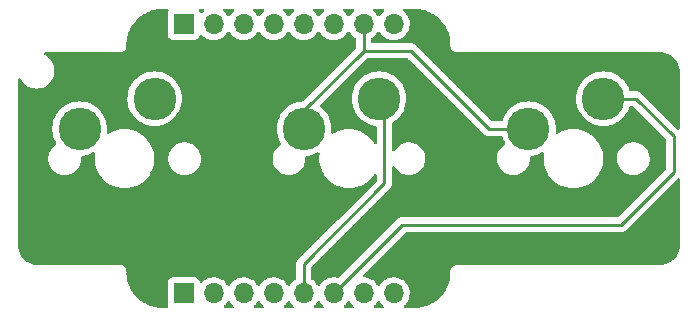
<source format=gtl>
G04 #@! TF.GenerationSoftware,KiCad,Pcbnew,(6.0.4)*
G04 #@! TF.CreationDate,2022-05-25T10:20:10+08:00*
G04 #@! TF.ProjectId,3key-v2,336b6579-2d76-4322-9e6b-696361645f70,rev?*
G04 #@! TF.SameCoordinates,Original*
G04 #@! TF.FileFunction,Copper,L1,Top*
G04 #@! TF.FilePolarity,Positive*
%FSLAX46Y46*%
G04 Gerber Fmt 4.6, Leading zero omitted, Abs format (unit mm)*
G04 Created by KiCad (PCBNEW (6.0.4)) date 2022-05-25 10:20:10*
%MOMM*%
%LPD*%
G01*
G04 APERTURE LIST*
G04 #@! TA.AperFunction,ComponentPad*
%ADD10C,3.600000*%
G04 #@! TD*
G04 #@! TA.AperFunction,ComponentPad*
%ADD11R,1.700000X1.700000*%
G04 #@! TD*
G04 #@! TA.AperFunction,ComponentPad*
%ADD12O,1.700000X1.700000*%
G04 #@! TD*
G04 #@! TA.AperFunction,Conductor*
%ADD13C,0.250000*%
G04 #@! TD*
G04 APERTURE END LIST*
D10*
X121540000Y-92320000D03*
X115190000Y-94860000D03*
X102540000Y-92320000D03*
X96190000Y-94860000D03*
X134190000Y-94860000D03*
X140540000Y-92320000D03*
D11*
X105000000Y-86000000D03*
D12*
X107540000Y-86000000D03*
X110080000Y-86000000D03*
X112620000Y-86000000D03*
X115160000Y-86000000D03*
X117700000Y-86000000D03*
X120240000Y-86000000D03*
X122780000Y-86000000D03*
D11*
X105000000Y-108800000D03*
D12*
X107540000Y-108800000D03*
X110080000Y-108800000D03*
X112620000Y-108800000D03*
X115160000Y-108800000D03*
X117700000Y-108800000D03*
X120240000Y-108800000D03*
X122780000Y-108800000D03*
D13*
X122000000Y-99500000D02*
X122000000Y-92780000D01*
X122000000Y-92780000D02*
X121540000Y-92320000D01*
X115160000Y-106340000D02*
X122000000Y-99500000D01*
X115160000Y-108800000D02*
X115160000Y-106340000D01*
X146500000Y-98500000D02*
X146500000Y-95500000D01*
X142000000Y-103000000D02*
X146500000Y-98500000D01*
X143320000Y-92320000D02*
X140540000Y-92320000D01*
X123500000Y-103000000D02*
X142000000Y-103000000D01*
X146500000Y-95500000D02*
X143320000Y-92320000D01*
X117700000Y-108800000D02*
X123500000Y-103000000D01*
X124260000Y-88260000D02*
X130860000Y-94860000D01*
X120240000Y-88260000D02*
X115190000Y-93310000D01*
X120240000Y-86000000D02*
X120240000Y-88260000D01*
X115190000Y-93310000D02*
X115190000Y-94860000D01*
X130860000Y-94860000D02*
X134190000Y-94860000D01*
X120240000Y-88260000D02*
X124260000Y-88260000D01*
G04 #@! TA.AperFunction,NonConductor*
G36*
X106687867Y-84728502D02*
G01*
X106734360Y-84782158D01*
X106744464Y-84852432D01*
X106714970Y-84917012D01*
X106695399Y-84935260D01*
X106643207Y-84974447D01*
X106634965Y-84980635D01*
X106578537Y-85039684D01*
X106554283Y-85065064D01*
X106492759Y-85100494D01*
X106421846Y-85097037D01*
X106364060Y-85055791D01*
X106345207Y-85022243D01*
X106303764Y-84911696D01*
X106300615Y-84903295D01*
X106295234Y-84896116D01*
X106294628Y-84895008D01*
X106279459Y-84825651D01*
X106304196Y-84759103D01*
X106360984Y-84716493D01*
X106405148Y-84708500D01*
X106619746Y-84708500D01*
X106687867Y-84728502D01*
G37*
G04 #@! TD.AperFunction*
G04 #@! TA.AperFunction,NonConductor*
G36*
X119387867Y-84728502D02*
G01*
X119434360Y-84782158D01*
X119444464Y-84852432D01*
X119414970Y-84917012D01*
X119395399Y-84935260D01*
X119343207Y-84974447D01*
X119334965Y-84980635D01*
X119331393Y-84984373D01*
X119223729Y-85097037D01*
X119180629Y-85142138D01*
X119073201Y-85299621D01*
X119018293Y-85344621D01*
X118947768Y-85352792D01*
X118884021Y-85321538D01*
X118863324Y-85297054D01*
X118782822Y-85172617D01*
X118782820Y-85172614D01*
X118780014Y-85168277D01*
X118629670Y-85003051D01*
X118625619Y-84999852D01*
X118625615Y-84999848D01*
X118541454Y-84933382D01*
X118500391Y-84875465D01*
X118497159Y-84804542D01*
X118532784Y-84743130D01*
X118595956Y-84710728D01*
X118619546Y-84708500D01*
X119319746Y-84708500D01*
X119387867Y-84728502D01*
G37*
G04 #@! TD.AperFunction*
G04 #@! TA.AperFunction,NonConductor*
G36*
X114307867Y-84728502D02*
G01*
X114354360Y-84782158D01*
X114364464Y-84852432D01*
X114334970Y-84917012D01*
X114315399Y-84935260D01*
X114263207Y-84974447D01*
X114254965Y-84980635D01*
X114251393Y-84984373D01*
X114143729Y-85097037D01*
X114100629Y-85142138D01*
X113993201Y-85299621D01*
X113938293Y-85344621D01*
X113867768Y-85352792D01*
X113804021Y-85321538D01*
X113783324Y-85297054D01*
X113702822Y-85172617D01*
X113702820Y-85172614D01*
X113700014Y-85168277D01*
X113549670Y-85003051D01*
X113545619Y-84999852D01*
X113545615Y-84999848D01*
X113461454Y-84933382D01*
X113420391Y-84875465D01*
X113417159Y-84804542D01*
X113452784Y-84743130D01*
X113515956Y-84710728D01*
X113539546Y-84708500D01*
X114239746Y-84708500D01*
X114307867Y-84728502D01*
G37*
G04 #@! TD.AperFunction*
G04 #@! TA.AperFunction,NonConductor*
G36*
X109227867Y-84728502D02*
G01*
X109274360Y-84782158D01*
X109284464Y-84852432D01*
X109254970Y-84917012D01*
X109235399Y-84935260D01*
X109183207Y-84974447D01*
X109174965Y-84980635D01*
X109171393Y-84984373D01*
X109063729Y-85097037D01*
X109020629Y-85142138D01*
X108913201Y-85299621D01*
X108858293Y-85344621D01*
X108787768Y-85352792D01*
X108724021Y-85321538D01*
X108703324Y-85297054D01*
X108622822Y-85172617D01*
X108622820Y-85172614D01*
X108620014Y-85168277D01*
X108469670Y-85003051D01*
X108465619Y-84999852D01*
X108465615Y-84999848D01*
X108381454Y-84933382D01*
X108340391Y-84875465D01*
X108337159Y-84804542D01*
X108372784Y-84743130D01*
X108435956Y-84710728D01*
X108459546Y-84708500D01*
X109159746Y-84708500D01*
X109227867Y-84728502D01*
G37*
G04 #@! TD.AperFunction*
G04 #@! TA.AperFunction,NonConductor*
G36*
X116847867Y-84728502D02*
G01*
X116894360Y-84782158D01*
X116904464Y-84852432D01*
X116874970Y-84917012D01*
X116855399Y-84935260D01*
X116803207Y-84974447D01*
X116794965Y-84980635D01*
X116791393Y-84984373D01*
X116683729Y-85097037D01*
X116640629Y-85142138D01*
X116533201Y-85299621D01*
X116478293Y-85344621D01*
X116407768Y-85352792D01*
X116344021Y-85321538D01*
X116323324Y-85297054D01*
X116242822Y-85172617D01*
X116242820Y-85172614D01*
X116240014Y-85168277D01*
X116089670Y-85003051D01*
X116085619Y-84999852D01*
X116085615Y-84999848D01*
X116001454Y-84933382D01*
X115960391Y-84875465D01*
X115957159Y-84804542D01*
X115992784Y-84743130D01*
X116055956Y-84710728D01*
X116079546Y-84708500D01*
X116779746Y-84708500D01*
X116847867Y-84728502D01*
G37*
G04 #@! TD.AperFunction*
G04 #@! TA.AperFunction,NonConductor*
G36*
X121927867Y-84728502D02*
G01*
X121974360Y-84782158D01*
X121984464Y-84852432D01*
X121954970Y-84917012D01*
X121935399Y-84935260D01*
X121883207Y-84974447D01*
X121874965Y-84980635D01*
X121871393Y-84984373D01*
X121763729Y-85097037D01*
X121720629Y-85142138D01*
X121613201Y-85299621D01*
X121558293Y-85344621D01*
X121487768Y-85352792D01*
X121424021Y-85321538D01*
X121403324Y-85297054D01*
X121322822Y-85172617D01*
X121322820Y-85172614D01*
X121320014Y-85168277D01*
X121169670Y-85003051D01*
X121165619Y-84999852D01*
X121165615Y-84999848D01*
X121081454Y-84933382D01*
X121040391Y-84875465D01*
X121037159Y-84804542D01*
X121072784Y-84743130D01*
X121135956Y-84710728D01*
X121159546Y-84708500D01*
X121859746Y-84708500D01*
X121927867Y-84728502D01*
G37*
G04 #@! TD.AperFunction*
G04 #@! TA.AperFunction,NonConductor*
G36*
X111767867Y-84728502D02*
G01*
X111814360Y-84782158D01*
X111824464Y-84852432D01*
X111794970Y-84917012D01*
X111775399Y-84935260D01*
X111723207Y-84974447D01*
X111714965Y-84980635D01*
X111711393Y-84984373D01*
X111603729Y-85097037D01*
X111560629Y-85142138D01*
X111453201Y-85299621D01*
X111398293Y-85344621D01*
X111327768Y-85352792D01*
X111264021Y-85321538D01*
X111243324Y-85297054D01*
X111162822Y-85172617D01*
X111162820Y-85172614D01*
X111160014Y-85168277D01*
X111009670Y-85003051D01*
X111005619Y-84999852D01*
X111005615Y-84999848D01*
X110921454Y-84933382D01*
X110880391Y-84875465D01*
X110877159Y-84804542D01*
X110912784Y-84743130D01*
X110975956Y-84710728D01*
X110999546Y-84708500D01*
X111699746Y-84708500D01*
X111767867Y-84728502D01*
G37*
G04 #@! TD.AperFunction*
G04 #@! TA.AperFunction,NonConductor*
G36*
X124520018Y-84710000D02*
G01*
X124534851Y-84712310D01*
X124534855Y-84712310D01*
X124543724Y-84713691D01*
X124562436Y-84711244D01*
X124585366Y-84710353D01*
X124861327Y-84724816D01*
X124874437Y-84726194D01*
X125082220Y-84759103D01*
X125175841Y-84773931D01*
X125188741Y-84776673D01*
X125483501Y-84855654D01*
X125496044Y-84859730D01*
X125780920Y-84969083D01*
X125792969Y-84974447D01*
X126064867Y-85112987D01*
X126076288Y-85119581D01*
X126332216Y-85285782D01*
X126342886Y-85293535D01*
X126580030Y-85485570D01*
X126589831Y-85494395D01*
X126805605Y-85710169D01*
X126814430Y-85719970D01*
X127006465Y-85957114D01*
X127014218Y-85967784D01*
X127180419Y-86223712D01*
X127187013Y-86235133D01*
X127325553Y-86507031D01*
X127330917Y-86519080D01*
X127439016Y-86800688D01*
X127440270Y-86803956D01*
X127444346Y-86816498D01*
X127466162Y-86897918D01*
X127523327Y-87111259D01*
X127526069Y-87124159D01*
X127562434Y-87353757D01*
X127573806Y-87425560D01*
X127575184Y-87438677D01*
X127589262Y-87707299D01*
X127587935Y-87733276D01*
X127587691Y-87734846D01*
X127587691Y-87734850D01*
X127586309Y-87743724D01*
X127587473Y-87752626D01*
X127587473Y-87752628D01*
X127590436Y-87775283D01*
X127591500Y-87791621D01*
X127591500Y-87866377D01*
X127591498Y-87867147D01*
X127591024Y-87944721D01*
X127593491Y-87953352D01*
X127599150Y-87973153D01*
X127602728Y-87989915D01*
X127606920Y-88019187D01*
X127610634Y-88027355D01*
X127610634Y-88027356D01*
X127617548Y-88042562D01*
X127623996Y-88060086D01*
X127631051Y-88084771D01*
X127635843Y-88092365D01*
X127635844Y-88092368D01*
X127646830Y-88109780D01*
X127654969Y-88124863D01*
X127667208Y-88151782D01*
X127673069Y-88158584D01*
X127683970Y-88171235D01*
X127695073Y-88186239D01*
X127708776Y-88207958D01*
X127715501Y-88213897D01*
X127715504Y-88213901D01*
X127730938Y-88227532D01*
X127742982Y-88239724D01*
X127756427Y-88255327D01*
X127756430Y-88255329D01*
X127762287Y-88262127D01*
X127769816Y-88267007D01*
X127769817Y-88267008D01*
X127783835Y-88276094D01*
X127798709Y-88287385D01*
X127811217Y-88298431D01*
X127817951Y-88304378D01*
X127844711Y-88316942D01*
X127859691Y-88325263D01*
X127876983Y-88336471D01*
X127876988Y-88336473D01*
X127884515Y-88341352D01*
X127893108Y-88343922D01*
X127893113Y-88343924D01*
X127909120Y-88348711D01*
X127926564Y-88355372D01*
X127941676Y-88362467D01*
X127941678Y-88362468D01*
X127949800Y-88366281D01*
X127958667Y-88367662D01*
X127958668Y-88367662D01*
X127961353Y-88368080D01*
X127979017Y-88370830D01*
X127995732Y-88374613D01*
X128015466Y-88380515D01*
X128015472Y-88380516D01*
X128024066Y-88383086D01*
X128033037Y-88383141D01*
X128033038Y-88383141D01*
X128043097Y-88383202D01*
X128058506Y-88383296D01*
X128059289Y-88383329D01*
X128060386Y-88383500D01*
X128091377Y-88383500D01*
X128092147Y-88383502D01*
X128165785Y-88383952D01*
X128165786Y-88383952D01*
X128169721Y-88383976D01*
X128171065Y-88383592D01*
X128172410Y-88383500D01*
X145225633Y-88383500D01*
X145245018Y-88385000D01*
X145259851Y-88387310D01*
X145259855Y-88387310D01*
X145268724Y-88388691D01*
X145283981Y-88386696D01*
X145309301Y-88385953D01*
X145476120Y-88397884D01*
X145513850Y-88400583D01*
X145531644Y-88403141D01*
X145756832Y-88452128D01*
X145774080Y-88457192D01*
X145990004Y-88537728D01*
X146006356Y-88545196D01*
X146208618Y-88655639D01*
X146223742Y-88665359D01*
X146408229Y-88803464D01*
X146421815Y-88815237D01*
X146584763Y-88978185D01*
X146596536Y-88991771D01*
X146734641Y-89176258D01*
X146744361Y-89191382D01*
X146854804Y-89393644D01*
X146862272Y-89409996D01*
X146942808Y-89625920D01*
X146947872Y-89643168D01*
X146957015Y-89685194D01*
X146996859Y-89868356D01*
X146999417Y-89886150D01*
X147013539Y-90083601D01*
X147012793Y-90101561D01*
X147012692Y-90109846D01*
X147011309Y-90118724D01*
X147012474Y-90127630D01*
X147015436Y-90150283D01*
X147016500Y-90166621D01*
X147016500Y-94816406D01*
X146996498Y-94884527D01*
X146942842Y-94931020D01*
X146872568Y-94941124D01*
X146807988Y-94911630D01*
X146801405Y-94905501D01*
X145368927Y-93473022D01*
X143823652Y-91927747D01*
X143816112Y-91919461D01*
X143812000Y-91912982D01*
X143762348Y-91866356D01*
X143759507Y-91863602D01*
X143739770Y-91843865D01*
X143736573Y-91841385D01*
X143727551Y-91833680D01*
X143701100Y-91808841D01*
X143695321Y-91803414D01*
X143688375Y-91799595D01*
X143688372Y-91799593D01*
X143677566Y-91793652D01*
X143661047Y-91782801D01*
X143660583Y-91782441D01*
X143645041Y-91770386D01*
X143637772Y-91767241D01*
X143637768Y-91767238D01*
X143604463Y-91752826D01*
X143593813Y-91747609D01*
X143555060Y-91726305D01*
X143535437Y-91721267D01*
X143516734Y-91714863D01*
X143505420Y-91709967D01*
X143505419Y-91709967D01*
X143498145Y-91706819D01*
X143490322Y-91705580D01*
X143490312Y-91705577D01*
X143454476Y-91699901D01*
X143442856Y-91697495D01*
X143407711Y-91688472D01*
X143407710Y-91688472D01*
X143400030Y-91686500D01*
X143379776Y-91686500D01*
X143360065Y-91684949D01*
X143347886Y-91683020D01*
X143340057Y-91681780D01*
X143332165Y-91682526D01*
X143296039Y-91685941D01*
X143284181Y-91686500D01*
X142853123Y-91686500D01*
X142785002Y-91666498D01*
X142738509Y-91612842D01*
X142733810Y-91601001D01*
X142678678Y-91438586D01*
X142678677Y-91438585D01*
X142677352Y-91434680D01*
X142550159Y-91176759D01*
X142545336Y-91166978D01*
X142545333Y-91166973D01*
X142543509Y-91163274D01*
X142375386Y-90911659D01*
X142372672Y-90908565D01*
X142372668Y-90908559D01*
X142178567Y-90687231D01*
X142175858Y-90684142D01*
X142150294Y-90661723D01*
X141951441Y-90487332D01*
X141951435Y-90487328D01*
X141948341Y-90484614D01*
X141944911Y-90482322D01*
X141944910Y-90482321D01*
X141700160Y-90318785D01*
X141696727Y-90316491D01*
X141693028Y-90314667D01*
X141693023Y-90314664D01*
X141510883Y-90224843D01*
X141425320Y-90182648D01*
X141421414Y-90181322D01*
X141142673Y-90086702D01*
X141142670Y-90086701D01*
X141138766Y-90085376D01*
X141134727Y-90084573D01*
X141134721Y-90084571D01*
X140846009Y-90027143D01*
X140846006Y-90027143D01*
X140841966Y-90026339D01*
X140837855Y-90026070D01*
X140837851Y-90026069D01*
X140544119Y-90006817D01*
X140540000Y-90006547D01*
X140535881Y-90006817D01*
X140242149Y-90026069D01*
X140242145Y-90026070D01*
X140238034Y-90026339D01*
X140233994Y-90027143D01*
X140233991Y-90027143D01*
X139945279Y-90084571D01*
X139945273Y-90084573D01*
X139941234Y-90085376D01*
X139937330Y-90086701D01*
X139937327Y-90086702D01*
X139658586Y-90181322D01*
X139654680Y-90182648D01*
X139569117Y-90224843D01*
X139386978Y-90314664D01*
X139386973Y-90314667D01*
X139383274Y-90316491D01*
X139131659Y-90484614D01*
X139128565Y-90487328D01*
X139128559Y-90487332D01*
X138929706Y-90661723D01*
X138904142Y-90684142D01*
X138901433Y-90687231D01*
X138707332Y-90908559D01*
X138707328Y-90908565D01*
X138704614Y-90911659D01*
X138536491Y-91163274D01*
X138534667Y-91166973D01*
X138534664Y-91166978D01*
X138529841Y-91176759D01*
X138402648Y-91434680D01*
X138401323Y-91438585D01*
X138401322Y-91438586D01*
X138307539Y-91714863D01*
X138305376Y-91721234D01*
X138304573Y-91725273D01*
X138304571Y-91725279D01*
X138277057Y-91863602D01*
X138246339Y-92018034D01*
X138226547Y-92320000D01*
X138226817Y-92324119D01*
X138242746Y-92567143D01*
X138246339Y-92621966D01*
X138247143Y-92626006D01*
X138247143Y-92626009D01*
X138300459Y-92894045D01*
X138305376Y-92918766D01*
X138306701Y-92922670D01*
X138306702Y-92922673D01*
X138401322Y-93201414D01*
X138402648Y-93205320D01*
X138465888Y-93333558D01*
X138522601Y-93448559D01*
X138536491Y-93476726D01*
X138704614Y-93728341D01*
X138707328Y-93731435D01*
X138707332Y-93731441D01*
X138901433Y-93952769D01*
X138904142Y-93955858D01*
X138907231Y-93958567D01*
X139128559Y-94152668D01*
X139128565Y-94152672D01*
X139131659Y-94155386D01*
X139135085Y-94157675D01*
X139135090Y-94157679D01*
X139323371Y-94283484D01*
X139383273Y-94323509D01*
X139386972Y-94325333D01*
X139386977Y-94325336D01*
X139526308Y-94394046D01*
X139654680Y-94457352D01*
X139658585Y-94458677D01*
X139658586Y-94458678D01*
X139937327Y-94553298D01*
X139937330Y-94553299D01*
X139941234Y-94554624D01*
X139945273Y-94555427D01*
X139945279Y-94555429D01*
X140233991Y-94612857D01*
X140233994Y-94612857D01*
X140238034Y-94613661D01*
X140242145Y-94613930D01*
X140242149Y-94613931D01*
X140535881Y-94633183D01*
X140540000Y-94633453D01*
X140544119Y-94633183D01*
X140837851Y-94613931D01*
X140837855Y-94613930D01*
X140841966Y-94613661D01*
X140846006Y-94612857D01*
X140846009Y-94612857D01*
X141134721Y-94555429D01*
X141134727Y-94555427D01*
X141138766Y-94554624D01*
X141142670Y-94553299D01*
X141142673Y-94553298D01*
X141421414Y-94458678D01*
X141421415Y-94458677D01*
X141425320Y-94457352D01*
X141553692Y-94394046D01*
X141693023Y-94325336D01*
X141693028Y-94325333D01*
X141696727Y-94323509D01*
X141756629Y-94283484D01*
X141944910Y-94157679D01*
X141944915Y-94157675D01*
X141948341Y-94155386D01*
X141951435Y-94152672D01*
X141951441Y-94152668D01*
X142172769Y-93958567D01*
X142175858Y-93955858D01*
X142178567Y-93952769D01*
X142372668Y-93731441D01*
X142372672Y-93731435D01*
X142375386Y-93728341D01*
X142543509Y-93476726D01*
X142557400Y-93448559D01*
X142614112Y-93333558D01*
X142677352Y-93205320D01*
X142733810Y-93038999D01*
X142774647Y-92980923D01*
X142840400Y-92954144D01*
X142853123Y-92953500D01*
X143005406Y-92953500D01*
X143073527Y-92973502D01*
X143094501Y-92990405D01*
X145829595Y-95725500D01*
X145863621Y-95787812D01*
X145866500Y-95814595D01*
X145866500Y-98185406D01*
X145846498Y-98253527D01*
X145829595Y-98274501D01*
X141774500Y-102329595D01*
X141712188Y-102363621D01*
X141685405Y-102366500D01*
X123578768Y-102366500D01*
X123567585Y-102365973D01*
X123560092Y-102364298D01*
X123552166Y-102364547D01*
X123552165Y-102364547D01*
X123492002Y-102366438D01*
X123488044Y-102366500D01*
X123460144Y-102366500D01*
X123456154Y-102367004D01*
X123444320Y-102367936D01*
X123400111Y-102369326D01*
X123392495Y-102371539D01*
X123392493Y-102371539D01*
X123380652Y-102374979D01*
X123361293Y-102378988D01*
X123359983Y-102379154D01*
X123341203Y-102381526D01*
X123333837Y-102384442D01*
X123333831Y-102384444D01*
X123300098Y-102397800D01*
X123288868Y-102401645D01*
X123254017Y-102411770D01*
X123246407Y-102413981D01*
X123239584Y-102418016D01*
X123228966Y-102424295D01*
X123211213Y-102432992D01*
X123203568Y-102436019D01*
X123192383Y-102440448D01*
X123185968Y-102445109D01*
X123156612Y-102466437D01*
X123146695Y-102472951D01*
X123108638Y-102495458D01*
X123094317Y-102509779D01*
X123079284Y-102522619D01*
X123062893Y-102534528D01*
X123057842Y-102540634D01*
X123034702Y-102568605D01*
X123026712Y-102577384D01*
X118157345Y-107446750D01*
X118095033Y-107480776D01*
X118046154Y-107481702D01*
X117833373Y-107443800D01*
X117833367Y-107443799D01*
X117828284Y-107442894D01*
X117754452Y-107441992D01*
X117610081Y-107440228D01*
X117610079Y-107440228D01*
X117604911Y-107440165D01*
X117384091Y-107473955D01*
X117171756Y-107543357D01*
X117141443Y-107559137D01*
X116997975Y-107633822D01*
X116973607Y-107646507D01*
X116969474Y-107649610D01*
X116969471Y-107649612D01*
X116840370Y-107746544D01*
X116794965Y-107780635D01*
X116791393Y-107784373D01*
X116683729Y-107897037D01*
X116640629Y-107942138D01*
X116533201Y-108099621D01*
X116478293Y-108144621D01*
X116407768Y-108152792D01*
X116344021Y-108121538D01*
X116323324Y-108097054D01*
X116242822Y-107972617D01*
X116242820Y-107972614D01*
X116240014Y-107968277D01*
X116089670Y-107803051D01*
X116085619Y-107799852D01*
X116085615Y-107799848D01*
X115918414Y-107667800D01*
X115918410Y-107667798D01*
X115914359Y-107664598D01*
X115909835Y-107662101D01*
X115909831Y-107662098D01*
X115858608Y-107633822D01*
X115808636Y-107583390D01*
X115793500Y-107523513D01*
X115793500Y-106654594D01*
X115813502Y-106586473D01*
X115830405Y-106565499D01*
X122392253Y-100003652D01*
X122400539Y-99996112D01*
X122407018Y-99992000D01*
X122453644Y-99942348D01*
X122456398Y-99939507D01*
X122476135Y-99919770D01*
X122478615Y-99916573D01*
X122486320Y-99907551D01*
X122516586Y-99875321D01*
X122520405Y-99868375D01*
X122520407Y-99868372D01*
X122526348Y-99857566D01*
X122537199Y-99841047D01*
X122542281Y-99834495D01*
X122549614Y-99825041D01*
X122552759Y-99817772D01*
X122552762Y-99817768D01*
X122567174Y-99784463D01*
X122572391Y-99773813D01*
X122593695Y-99735060D01*
X122598733Y-99715437D01*
X122605137Y-99696734D01*
X122610033Y-99685420D01*
X122610033Y-99685419D01*
X122613181Y-99678145D01*
X122614420Y-99670322D01*
X122614423Y-99670312D01*
X122620099Y-99634476D01*
X122622505Y-99622856D01*
X122631528Y-99587711D01*
X122631528Y-99587710D01*
X122633500Y-99580030D01*
X122633500Y-99559776D01*
X122635051Y-99540065D01*
X122636980Y-99527886D01*
X122638220Y-99520057D01*
X122634059Y-99476038D01*
X122633500Y-99464181D01*
X122633500Y-98133693D01*
X122653502Y-98065572D01*
X122707158Y-98019079D01*
X122777432Y-98008975D01*
X122842012Y-98038469D01*
X122867219Y-98068327D01*
X122938265Y-98185406D01*
X122958104Y-98218100D01*
X123111985Y-98395432D01*
X123116117Y-98398820D01*
X123289416Y-98540917D01*
X123289422Y-98540921D01*
X123293544Y-98544301D01*
X123298180Y-98546940D01*
X123298183Y-98546942D01*
X123409408Y-98610255D01*
X123497590Y-98660451D01*
X123718289Y-98740561D01*
X123723538Y-98741510D01*
X123723541Y-98741511D01*
X123770382Y-98749981D01*
X123949330Y-98782340D01*
X123953469Y-98782535D01*
X123953476Y-98782536D01*
X123972440Y-98783430D01*
X123972449Y-98783430D01*
X123973929Y-98783500D01*
X124138950Y-98783500D01*
X124220299Y-98776597D01*
X124308637Y-98769102D01*
X124308641Y-98769101D01*
X124313948Y-98768651D01*
X124319103Y-98767313D01*
X124319109Y-98767312D01*
X124536035Y-98711009D01*
X124536034Y-98711009D01*
X124541206Y-98709667D01*
X124546072Y-98707475D01*
X124546075Y-98707474D01*
X124750417Y-98615424D01*
X124750420Y-98615423D01*
X124755278Y-98613234D01*
X124950041Y-98482112D01*
X124966402Y-98466505D01*
X125116070Y-98323728D01*
X125119927Y-98320049D01*
X125260078Y-98131679D01*
X125307469Y-98038469D01*
X125364069Y-97927144D01*
X125364069Y-97927143D01*
X125366487Y-97922388D01*
X125436111Y-97698160D01*
X125453202Y-97569216D01*
X125466261Y-97470690D01*
X125466261Y-97470687D01*
X125466961Y-97465407D01*
X125458152Y-97230784D01*
X125440358Y-97145978D01*
X125411035Y-97006226D01*
X125411034Y-97006223D01*
X125409938Y-97000999D01*
X125323698Y-96782623D01*
X125282045Y-96713981D01*
X125204664Y-96586461D01*
X125204662Y-96586458D01*
X125201896Y-96581900D01*
X125048015Y-96404568D01*
X125037938Y-96396306D01*
X124870584Y-96259083D01*
X124870578Y-96259079D01*
X124866456Y-96255699D01*
X124861820Y-96253060D01*
X124861817Y-96253058D01*
X124667053Y-96142192D01*
X124662410Y-96139549D01*
X124441711Y-96059439D01*
X124436462Y-96058490D01*
X124436459Y-96058489D01*
X124355385Y-96043829D01*
X124210670Y-96017660D01*
X124206531Y-96017465D01*
X124206524Y-96017464D01*
X124187560Y-96016570D01*
X124187551Y-96016570D01*
X124186071Y-96016500D01*
X124021050Y-96016500D01*
X123939701Y-96023403D01*
X123851363Y-96030898D01*
X123851359Y-96030899D01*
X123846052Y-96031349D01*
X123840897Y-96032687D01*
X123840891Y-96032688D01*
X123677812Y-96075015D01*
X123618794Y-96090333D01*
X123613928Y-96092525D01*
X123613925Y-96092526D01*
X123409583Y-96184576D01*
X123409580Y-96184577D01*
X123404722Y-96186766D01*
X123209959Y-96317888D01*
X123206102Y-96321567D01*
X123206100Y-96321569D01*
X123135845Y-96388590D01*
X123040073Y-96479951D01*
X122899922Y-96668321D01*
X122897506Y-96673072D01*
X122897504Y-96673076D01*
X122871817Y-96723599D01*
X122823113Y-96775257D01*
X122754213Y-96792383D01*
X122686992Y-96769540D01*
X122642791Y-96713981D01*
X122633500Y-96666494D01*
X122633500Y-94432448D01*
X122653502Y-94364327D01*
X122695862Y-94323936D01*
X122696727Y-94323509D01*
X122757984Y-94282578D01*
X122944910Y-94157679D01*
X122944915Y-94157675D01*
X122948341Y-94155386D01*
X122951435Y-94152672D01*
X122951441Y-94152668D01*
X123172769Y-93958567D01*
X123175858Y-93955858D01*
X123178567Y-93952769D01*
X123372668Y-93731441D01*
X123372672Y-93731435D01*
X123375386Y-93728341D01*
X123543509Y-93476726D01*
X123557400Y-93448559D01*
X123614112Y-93333558D01*
X123677352Y-93205320D01*
X123678678Y-93201414D01*
X123773298Y-92922673D01*
X123773299Y-92922670D01*
X123774624Y-92918766D01*
X123779542Y-92894045D01*
X123832857Y-92626009D01*
X123832857Y-92626006D01*
X123833661Y-92621966D01*
X123837255Y-92567143D01*
X123853183Y-92324119D01*
X123853453Y-92320000D01*
X123833661Y-92018034D01*
X123802943Y-91863602D01*
X123775429Y-91725279D01*
X123775427Y-91725273D01*
X123774624Y-91721234D01*
X123772462Y-91714863D01*
X123678678Y-91438586D01*
X123678677Y-91438585D01*
X123677352Y-91434680D01*
X123550159Y-91176759D01*
X123545336Y-91166978D01*
X123545333Y-91166973D01*
X123543509Y-91163274D01*
X123375386Y-90911659D01*
X123372672Y-90908565D01*
X123372668Y-90908559D01*
X123178567Y-90687231D01*
X123175858Y-90684142D01*
X123150294Y-90661723D01*
X122951441Y-90487332D01*
X122951435Y-90487328D01*
X122948341Y-90484614D01*
X122944911Y-90482322D01*
X122944910Y-90482321D01*
X122700160Y-90318785D01*
X122696727Y-90316491D01*
X122693028Y-90314667D01*
X122693023Y-90314664D01*
X122510883Y-90224843D01*
X122425320Y-90182648D01*
X122421414Y-90181322D01*
X122142673Y-90086702D01*
X122142670Y-90086701D01*
X122138766Y-90085376D01*
X122134727Y-90084573D01*
X122134721Y-90084571D01*
X121846009Y-90027143D01*
X121846006Y-90027143D01*
X121841966Y-90026339D01*
X121837855Y-90026070D01*
X121837851Y-90026069D01*
X121544119Y-90006817D01*
X121540000Y-90006547D01*
X121535881Y-90006817D01*
X121242149Y-90026069D01*
X121242145Y-90026070D01*
X121238034Y-90026339D01*
X121233994Y-90027143D01*
X121233991Y-90027143D01*
X120945279Y-90084571D01*
X120945273Y-90084573D01*
X120941234Y-90085376D01*
X120937330Y-90086701D01*
X120937327Y-90086702D01*
X120658586Y-90181322D01*
X120654680Y-90182648D01*
X120569117Y-90224843D01*
X120386978Y-90314664D01*
X120386973Y-90314667D01*
X120383274Y-90316491D01*
X120131659Y-90484614D01*
X120128565Y-90487328D01*
X120128559Y-90487332D01*
X119929706Y-90661723D01*
X119904142Y-90684142D01*
X119901433Y-90687231D01*
X119707332Y-90908559D01*
X119707328Y-90908565D01*
X119704614Y-90911659D01*
X119536491Y-91163274D01*
X119534667Y-91166973D01*
X119534664Y-91166978D01*
X119529841Y-91176759D01*
X119402648Y-91434680D01*
X119401323Y-91438585D01*
X119401322Y-91438586D01*
X119307539Y-91714863D01*
X119305376Y-91721234D01*
X119304573Y-91725273D01*
X119304571Y-91725279D01*
X119277057Y-91863602D01*
X119246339Y-92018034D01*
X119226547Y-92320000D01*
X119226817Y-92324119D01*
X119242746Y-92567143D01*
X119246339Y-92621966D01*
X119247143Y-92626006D01*
X119247143Y-92626009D01*
X119300459Y-92894045D01*
X119305376Y-92918766D01*
X119306701Y-92922670D01*
X119306702Y-92922673D01*
X119401322Y-93201414D01*
X119402648Y-93205320D01*
X119465888Y-93333558D01*
X119522601Y-93448559D01*
X119536491Y-93476726D01*
X119704614Y-93728341D01*
X119707328Y-93731435D01*
X119707332Y-93731441D01*
X119901433Y-93952769D01*
X119904142Y-93955858D01*
X119907231Y-93958567D01*
X120128559Y-94152668D01*
X120128565Y-94152672D01*
X120131659Y-94155386D01*
X120135085Y-94157675D01*
X120135090Y-94157679D01*
X120323371Y-94283484D01*
X120383273Y-94323509D01*
X120386972Y-94325333D01*
X120386977Y-94325336D01*
X120526308Y-94394046D01*
X120654680Y-94457352D01*
X120658585Y-94458677D01*
X120658586Y-94458678D01*
X120937327Y-94553298D01*
X120937330Y-94553299D01*
X120941234Y-94554624D01*
X120945273Y-94555427D01*
X120945279Y-94555429D01*
X121233991Y-94612857D01*
X121233994Y-94612857D01*
X121238034Y-94613661D01*
X121242143Y-94613930D01*
X121242148Y-94613931D01*
X121248743Y-94614363D01*
X121315410Y-94638779D01*
X121358293Y-94695361D01*
X121366500Y-94740093D01*
X121366500Y-96006894D01*
X121346498Y-96075015D01*
X121292842Y-96121508D01*
X121222568Y-96131612D01*
X121157988Y-96102118D01*
X121130087Y-96067597D01*
X121122184Y-96053221D01*
X120936654Y-95797860D01*
X120720582Y-95567767D01*
X120477375Y-95366568D01*
X120210869Y-95197438D01*
X120207290Y-95195754D01*
X120207283Y-95195750D01*
X119928856Y-95064733D01*
X119928852Y-95064731D01*
X119925266Y-95063044D01*
X119625072Y-94965505D01*
X119315020Y-94906359D01*
X119078838Y-94891500D01*
X118921162Y-94891500D01*
X118684980Y-94906359D01*
X118374928Y-94965505D01*
X118074734Y-95063044D01*
X118071148Y-95064731D01*
X118071144Y-95064733D01*
X117792717Y-95195750D01*
X117792710Y-95195754D01*
X117789131Y-95197438D01*
X117677445Y-95268316D01*
X117609215Y-95287928D01*
X117541209Y-95267537D01*
X117495024Y-95213617D01*
X117484204Y-95153689D01*
X117503183Y-94864119D01*
X117503453Y-94860000D01*
X117492662Y-94695361D01*
X117483931Y-94562149D01*
X117483930Y-94562145D01*
X117483661Y-94558034D01*
X117463634Y-94457352D01*
X117425429Y-94265279D01*
X117425427Y-94265273D01*
X117424624Y-94261234D01*
X117412834Y-94226500D01*
X117328678Y-93978586D01*
X117328677Y-93978585D01*
X117327352Y-93974680D01*
X117264112Y-93846442D01*
X117195336Y-93706978D01*
X117195333Y-93706973D01*
X117193509Y-93703274D01*
X117025386Y-93451659D01*
X117022672Y-93448565D01*
X117022668Y-93448559D01*
X116828567Y-93227231D01*
X116825858Y-93224142D01*
X116822769Y-93221433D01*
X116601441Y-93027332D01*
X116601435Y-93027328D01*
X116598341Y-93024614D01*
X116589888Y-93018966D01*
X116544361Y-92964488D01*
X116535515Y-92894045D01*
X116570797Y-92825107D01*
X120465499Y-88930405D01*
X120527811Y-88896379D01*
X120554594Y-88893500D01*
X123945406Y-88893500D01*
X124013527Y-88913502D01*
X124034501Y-88930405D01*
X130356343Y-95252247D01*
X130363887Y-95260537D01*
X130368000Y-95267018D01*
X130373777Y-95272443D01*
X130417667Y-95313658D01*
X130420509Y-95316413D01*
X130440231Y-95336135D01*
X130443355Y-95338558D01*
X130443359Y-95338562D01*
X130443424Y-95338612D01*
X130452445Y-95346317D01*
X130484679Y-95376586D01*
X130491627Y-95380405D01*
X130491629Y-95380407D01*
X130502432Y-95386346D01*
X130518959Y-95397202D01*
X130528698Y-95404757D01*
X130528700Y-95404758D01*
X130534960Y-95409614D01*
X130575540Y-95427174D01*
X130586188Y-95432391D01*
X130624940Y-95453695D01*
X130632616Y-95455666D01*
X130632619Y-95455667D01*
X130644562Y-95458733D01*
X130663267Y-95465137D01*
X130681855Y-95473181D01*
X130689678Y-95474420D01*
X130689688Y-95474423D01*
X130725524Y-95480099D01*
X130737144Y-95482505D01*
X130772289Y-95491528D01*
X130779970Y-95493500D01*
X130800224Y-95493500D01*
X130819934Y-95495051D01*
X130839943Y-95498220D01*
X130847835Y-95497474D01*
X130883961Y-95494059D01*
X130895819Y-95493500D01*
X131876877Y-95493500D01*
X131944998Y-95513502D01*
X131991491Y-95567158D01*
X131996189Y-95578997D01*
X132052648Y-95745320D01*
X132186491Y-96016726D01*
X132208737Y-96050019D01*
X132213166Y-96056648D01*
X132234380Y-96124401D01*
X132215597Y-96192868D01*
X132178767Y-96231169D01*
X132142332Y-96255699D01*
X132049959Y-96317888D01*
X132046102Y-96321567D01*
X132046100Y-96321569D01*
X131975845Y-96388590D01*
X131880073Y-96479951D01*
X131739922Y-96668321D01*
X131737506Y-96673072D01*
X131737504Y-96673076D01*
X131640683Y-96863509D01*
X131633513Y-96877612D01*
X131563889Y-97101840D01*
X131563188Y-97107129D01*
X131546092Y-97236116D01*
X131533039Y-97334593D01*
X131541848Y-97569216D01*
X131542943Y-97574434D01*
X131567794Y-97692871D01*
X131590062Y-97799001D01*
X131676302Y-98017377D01*
X131679071Y-98021940D01*
X131778265Y-98185406D01*
X131798104Y-98218100D01*
X131951985Y-98395432D01*
X131956117Y-98398820D01*
X132129416Y-98540917D01*
X132129422Y-98540921D01*
X132133544Y-98544301D01*
X132138180Y-98546940D01*
X132138183Y-98546942D01*
X132249408Y-98610255D01*
X132337590Y-98660451D01*
X132558289Y-98740561D01*
X132563538Y-98741510D01*
X132563541Y-98741511D01*
X132610382Y-98749981D01*
X132789330Y-98782340D01*
X132793469Y-98782535D01*
X132793476Y-98782536D01*
X132812440Y-98783430D01*
X132812449Y-98783430D01*
X132813929Y-98783500D01*
X132978950Y-98783500D01*
X133060299Y-98776597D01*
X133148637Y-98769102D01*
X133148641Y-98769101D01*
X133153948Y-98768651D01*
X133159103Y-98767313D01*
X133159109Y-98767312D01*
X133376035Y-98711009D01*
X133376034Y-98711009D01*
X133381206Y-98709667D01*
X133386072Y-98707475D01*
X133386075Y-98707474D01*
X133590417Y-98615424D01*
X133590420Y-98615423D01*
X133595278Y-98613234D01*
X133790041Y-98482112D01*
X133806402Y-98466505D01*
X133956070Y-98323728D01*
X133959927Y-98320049D01*
X134100078Y-98131679D01*
X134147469Y-98038469D01*
X134204069Y-97927144D01*
X134204069Y-97927143D01*
X134206487Y-97922388D01*
X134276111Y-97698160D01*
X134293202Y-97569216D01*
X134306261Y-97470690D01*
X134306261Y-97470687D01*
X134306961Y-97465407D01*
X134300336Y-97288965D01*
X134317768Y-97220143D01*
X134369641Y-97171670D01*
X134418006Y-97158509D01*
X134487851Y-97153931D01*
X134487855Y-97153930D01*
X134491966Y-97153661D01*
X134496006Y-97152857D01*
X134496009Y-97152857D01*
X134784721Y-97095429D01*
X134784727Y-97095427D01*
X134788766Y-97094624D01*
X134792670Y-97093299D01*
X134792673Y-97093298D01*
X135071414Y-96998678D01*
X135071415Y-96998677D01*
X135075320Y-96997352D01*
X135172981Y-96949191D01*
X135342040Y-96865821D01*
X135411982Y-96853631D01*
X135477412Y-96881190D01*
X135517555Y-96939749D01*
X135522774Y-96994617D01*
X135491500Y-97242179D01*
X135491500Y-97557821D01*
X135531060Y-97870975D01*
X135609557Y-98176702D01*
X135611010Y-98180371D01*
X135611010Y-98180372D01*
X135696159Y-98395432D01*
X135725753Y-98470179D01*
X135727659Y-98473647D01*
X135727660Y-98473648D01*
X135874398Y-98740561D01*
X135877816Y-98746779D01*
X136063346Y-99002140D01*
X136279418Y-99232233D01*
X136522625Y-99433432D01*
X136789131Y-99602562D01*
X136792710Y-99604246D01*
X136792717Y-99604250D01*
X137071144Y-99735267D01*
X137071148Y-99735269D01*
X137074734Y-99736956D01*
X137374928Y-99834495D01*
X137684980Y-99893641D01*
X137921162Y-99908500D01*
X138078838Y-99908500D01*
X138315020Y-99893641D01*
X138625072Y-99834495D01*
X138925266Y-99736956D01*
X138928852Y-99735269D01*
X138928856Y-99735267D01*
X139207283Y-99604250D01*
X139207290Y-99604246D01*
X139210869Y-99602562D01*
X139477375Y-99433432D01*
X139720582Y-99232233D01*
X139936654Y-99002140D01*
X140122184Y-98746779D01*
X140125603Y-98740561D01*
X140272340Y-98473648D01*
X140272341Y-98473647D01*
X140274247Y-98470179D01*
X140303842Y-98395432D01*
X140388990Y-98180372D01*
X140388990Y-98180371D01*
X140390443Y-98176702D01*
X140468940Y-97870975D01*
X140508500Y-97557821D01*
X140508500Y-97334593D01*
X141693039Y-97334593D01*
X141701848Y-97569216D01*
X141702943Y-97574434D01*
X141727794Y-97692871D01*
X141750062Y-97799001D01*
X141836302Y-98017377D01*
X141839071Y-98021940D01*
X141938265Y-98185406D01*
X141958104Y-98218100D01*
X142111985Y-98395432D01*
X142116117Y-98398820D01*
X142289416Y-98540917D01*
X142289422Y-98540921D01*
X142293544Y-98544301D01*
X142298180Y-98546940D01*
X142298183Y-98546942D01*
X142409408Y-98610255D01*
X142497590Y-98660451D01*
X142718289Y-98740561D01*
X142723538Y-98741510D01*
X142723541Y-98741511D01*
X142770382Y-98749981D01*
X142949330Y-98782340D01*
X142953469Y-98782535D01*
X142953476Y-98782536D01*
X142972440Y-98783430D01*
X142972449Y-98783430D01*
X142973929Y-98783500D01*
X143138950Y-98783500D01*
X143220299Y-98776597D01*
X143308637Y-98769102D01*
X143308641Y-98769101D01*
X143313948Y-98768651D01*
X143319103Y-98767313D01*
X143319109Y-98767312D01*
X143536035Y-98711009D01*
X143536034Y-98711009D01*
X143541206Y-98709667D01*
X143546072Y-98707475D01*
X143546075Y-98707474D01*
X143750417Y-98615424D01*
X143750420Y-98615423D01*
X143755278Y-98613234D01*
X143950041Y-98482112D01*
X143966402Y-98466505D01*
X144116070Y-98323728D01*
X144119927Y-98320049D01*
X144260078Y-98131679D01*
X144307469Y-98038469D01*
X144364069Y-97927144D01*
X144364069Y-97927143D01*
X144366487Y-97922388D01*
X144436111Y-97698160D01*
X144453202Y-97569216D01*
X144466261Y-97470690D01*
X144466261Y-97470687D01*
X144466961Y-97465407D01*
X144458152Y-97230784D01*
X144440358Y-97145978D01*
X144411035Y-97006226D01*
X144411034Y-97006223D01*
X144409938Y-97000999D01*
X144323698Y-96782623D01*
X144282045Y-96713981D01*
X144204664Y-96586461D01*
X144204662Y-96586458D01*
X144201896Y-96581900D01*
X144048015Y-96404568D01*
X144037938Y-96396306D01*
X143870584Y-96259083D01*
X143870578Y-96259079D01*
X143866456Y-96255699D01*
X143861820Y-96253060D01*
X143861817Y-96253058D01*
X143667053Y-96142192D01*
X143662410Y-96139549D01*
X143441711Y-96059439D01*
X143436462Y-96058490D01*
X143436459Y-96058489D01*
X143355385Y-96043829D01*
X143210670Y-96017660D01*
X143206531Y-96017465D01*
X143206524Y-96017464D01*
X143187560Y-96016570D01*
X143187551Y-96016570D01*
X143186071Y-96016500D01*
X143021050Y-96016500D01*
X142939701Y-96023403D01*
X142851363Y-96030898D01*
X142851359Y-96030899D01*
X142846052Y-96031349D01*
X142840897Y-96032687D01*
X142840891Y-96032688D01*
X142677812Y-96075015D01*
X142618794Y-96090333D01*
X142613928Y-96092525D01*
X142613925Y-96092526D01*
X142409583Y-96184576D01*
X142409580Y-96184577D01*
X142404722Y-96186766D01*
X142209959Y-96317888D01*
X142206102Y-96321567D01*
X142206100Y-96321569D01*
X142135845Y-96388590D01*
X142040073Y-96479951D01*
X141899922Y-96668321D01*
X141897506Y-96673072D01*
X141897504Y-96673076D01*
X141800683Y-96863509D01*
X141793513Y-96877612D01*
X141723889Y-97101840D01*
X141723188Y-97107129D01*
X141706092Y-97236116D01*
X141693039Y-97334593D01*
X140508500Y-97334593D01*
X140508500Y-97242179D01*
X140468940Y-96929025D01*
X140390443Y-96623298D01*
X140332231Y-96476272D01*
X140275702Y-96333495D01*
X140275700Y-96333490D01*
X140274247Y-96329821D01*
X140272340Y-96326352D01*
X140124093Y-96056693D01*
X140124089Y-96056687D01*
X140122184Y-96053221D01*
X139936654Y-95797860D01*
X139720582Y-95567767D01*
X139477375Y-95366568D01*
X139210869Y-95197438D01*
X139207290Y-95195754D01*
X139207283Y-95195750D01*
X138928856Y-95064733D01*
X138928852Y-95064731D01*
X138925266Y-95063044D01*
X138625072Y-94965505D01*
X138315020Y-94906359D01*
X138078838Y-94891500D01*
X137921162Y-94891500D01*
X137684980Y-94906359D01*
X137374928Y-94965505D01*
X137074734Y-95063044D01*
X137071148Y-95064731D01*
X137071144Y-95064733D01*
X136792717Y-95195750D01*
X136792710Y-95195754D01*
X136789131Y-95197438D01*
X136677445Y-95268316D01*
X136609215Y-95287928D01*
X136541209Y-95267537D01*
X136495024Y-95213617D01*
X136484204Y-95153689D01*
X136503183Y-94864119D01*
X136503453Y-94860000D01*
X136492662Y-94695361D01*
X136483931Y-94562149D01*
X136483930Y-94562145D01*
X136483661Y-94558034D01*
X136463634Y-94457352D01*
X136425429Y-94265279D01*
X136425427Y-94265273D01*
X136424624Y-94261234D01*
X136412834Y-94226500D01*
X136328678Y-93978586D01*
X136328677Y-93978585D01*
X136327352Y-93974680D01*
X136264112Y-93846442D01*
X136195336Y-93706978D01*
X136195333Y-93706973D01*
X136193509Y-93703274D01*
X136025386Y-93451659D01*
X136022672Y-93448565D01*
X136022668Y-93448559D01*
X135828567Y-93227231D01*
X135825858Y-93224142D01*
X135822769Y-93221433D01*
X135601441Y-93027332D01*
X135601435Y-93027328D01*
X135598341Y-93024614D01*
X135594915Y-93022325D01*
X135594910Y-93022321D01*
X135350160Y-92858785D01*
X135346727Y-92856491D01*
X135343028Y-92854667D01*
X135343023Y-92854664D01*
X135203692Y-92785954D01*
X135075320Y-92722648D01*
X135071414Y-92721322D01*
X134792673Y-92626702D01*
X134792670Y-92626701D01*
X134788766Y-92625376D01*
X134784727Y-92624573D01*
X134784721Y-92624571D01*
X134496009Y-92567143D01*
X134496006Y-92567143D01*
X134491966Y-92566339D01*
X134487855Y-92566070D01*
X134487851Y-92566069D01*
X134194119Y-92546817D01*
X134190000Y-92546547D01*
X134185881Y-92546817D01*
X133892149Y-92566069D01*
X133892145Y-92566070D01*
X133888034Y-92566339D01*
X133883994Y-92567143D01*
X133883991Y-92567143D01*
X133595279Y-92624571D01*
X133595273Y-92624573D01*
X133591234Y-92625376D01*
X133587330Y-92626701D01*
X133587327Y-92626702D01*
X133308586Y-92721322D01*
X133304680Y-92722648D01*
X133176442Y-92785888D01*
X133036978Y-92854664D01*
X133036973Y-92854667D01*
X133033274Y-92856491D01*
X132781659Y-93024614D01*
X132778565Y-93027328D01*
X132778559Y-93027332D01*
X132557231Y-93221433D01*
X132554142Y-93224142D01*
X132551433Y-93227231D01*
X132357332Y-93448559D01*
X132357328Y-93448565D01*
X132354614Y-93451659D01*
X132186491Y-93703274D01*
X132184667Y-93706973D01*
X132184664Y-93706978D01*
X132115888Y-93846442D01*
X132052648Y-93974680D01*
X132051323Y-93978585D01*
X132051322Y-93978586D01*
X131996190Y-94141001D01*
X131955353Y-94199077D01*
X131889600Y-94225856D01*
X131876877Y-94226500D01*
X131174594Y-94226500D01*
X131106473Y-94206498D01*
X131085499Y-94189595D01*
X124763652Y-87867747D01*
X124756112Y-87859461D01*
X124752000Y-87852982D01*
X124702348Y-87806356D01*
X124699507Y-87803602D01*
X124679770Y-87783865D01*
X124676573Y-87781385D01*
X124667551Y-87773680D01*
X124655701Y-87762552D01*
X124635321Y-87743414D01*
X124628375Y-87739595D01*
X124628372Y-87739593D01*
X124617566Y-87733652D01*
X124601047Y-87722801D01*
X124600583Y-87722441D01*
X124585041Y-87710386D01*
X124577772Y-87707241D01*
X124577768Y-87707238D01*
X124544463Y-87692826D01*
X124533813Y-87687609D01*
X124495060Y-87666305D01*
X124475437Y-87661267D01*
X124456734Y-87654863D01*
X124445420Y-87649967D01*
X124445419Y-87649967D01*
X124438145Y-87646819D01*
X124430322Y-87645580D01*
X124430312Y-87645577D01*
X124394476Y-87639901D01*
X124382856Y-87637495D01*
X124347711Y-87628472D01*
X124347710Y-87628472D01*
X124340030Y-87626500D01*
X124319776Y-87626500D01*
X124300065Y-87624949D01*
X124287886Y-87623020D01*
X124280057Y-87621780D01*
X124272165Y-87622526D01*
X124236039Y-87625941D01*
X124224181Y-87626500D01*
X120999500Y-87626500D01*
X120931379Y-87606498D01*
X120884886Y-87552842D01*
X120873500Y-87500500D01*
X120873500Y-87280427D01*
X120893502Y-87212306D01*
X120934618Y-87172550D01*
X120937994Y-87170896D01*
X121119860Y-87041173D01*
X121278096Y-86883489D01*
X121408453Y-86702077D01*
X121409776Y-86703028D01*
X121456645Y-86659857D01*
X121526580Y-86647625D01*
X121592026Y-86675144D01*
X121619875Y-86706994D01*
X121679987Y-86805088D01*
X121826250Y-86973938D01*
X121998126Y-87116632D01*
X122191000Y-87229338D01*
X122399692Y-87309030D01*
X122404760Y-87310061D01*
X122404763Y-87310062D01*
X122512017Y-87331883D01*
X122618597Y-87353567D01*
X122623772Y-87353757D01*
X122623774Y-87353757D01*
X122836673Y-87361564D01*
X122836677Y-87361564D01*
X122841837Y-87361753D01*
X122846957Y-87361097D01*
X122846959Y-87361097D01*
X123058288Y-87334025D01*
X123058289Y-87334025D01*
X123063416Y-87333368D01*
X123068366Y-87331883D01*
X123272429Y-87270661D01*
X123272434Y-87270659D01*
X123277384Y-87269174D01*
X123477994Y-87170896D01*
X123659860Y-87041173D01*
X123818096Y-86883489D01*
X123948453Y-86702077D01*
X123969320Y-86659857D01*
X124045136Y-86506453D01*
X124045137Y-86506451D01*
X124047430Y-86501811D01*
X124112370Y-86288069D01*
X124141529Y-86066590D01*
X124143156Y-86000000D01*
X124124852Y-85777361D01*
X124070431Y-85560702D01*
X123981354Y-85355840D01*
X123860014Y-85168277D01*
X123709670Y-85003051D01*
X123705619Y-84999852D01*
X123705615Y-84999848D01*
X123621454Y-84933382D01*
X123580391Y-84875465D01*
X123577159Y-84804542D01*
X123612784Y-84743130D01*
X123675956Y-84710728D01*
X123699546Y-84708500D01*
X124500633Y-84708500D01*
X124520018Y-84710000D01*
G37*
G04 #@! TD.AperFunction*
G04 #@! TA.AperFunction,NonConductor*
G36*
X116512026Y-109475144D02*
G01*
X116539875Y-109506994D01*
X116599987Y-109605088D01*
X116746250Y-109773938D01*
X116799992Y-109818555D01*
X116839628Y-109877458D01*
X116841126Y-109948439D01*
X116804012Y-110008962D01*
X116740068Y-110039811D01*
X116719508Y-110041500D01*
X116143776Y-110041500D01*
X116075655Y-110021498D01*
X116029162Y-109967842D01*
X116019058Y-109897568D01*
X116048552Y-109832988D01*
X116054836Y-109826249D01*
X116105710Y-109775553D01*
X116198096Y-109683489D01*
X116236231Y-109630419D01*
X116328453Y-109502077D01*
X116329776Y-109503028D01*
X116376645Y-109459857D01*
X116446580Y-109447625D01*
X116512026Y-109475144D01*
G37*
G04 #@! TD.AperFunction*
G04 #@! TA.AperFunction,NonConductor*
G36*
X113972026Y-109475144D02*
G01*
X113999875Y-109506994D01*
X114059987Y-109605088D01*
X114206250Y-109773938D01*
X114259992Y-109818555D01*
X114299628Y-109877458D01*
X114301126Y-109948439D01*
X114264012Y-110008962D01*
X114200068Y-110039811D01*
X114179508Y-110041500D01*
X113603776Y-110041500D01*
X113535655Y-110021498D01*
X113489162Y-109967842D01*
X113479058Y-109897568D01*
X113508552Y-109832988D01*
X113514836Y-109826249D01*
X113565710Y-109775553D01*
X113658096Y-109683489D01*
X113696231Y-109630419D01*
X113788453Y-109502077D01*
X113789776Y-109503028D01*
X113836645Y-109459857D01*
X113906580Y-109447625D01*
X113972026Y-109475144D01*
G37*
G04 #@! TD.AperFunction*
G04 #@! TA.AperFunction,NonConductor*
G36*
X111432026Y-109475144D02*
G01*
X111459875Y-109506994D01*
X111519987Y-109605088D01*
X111666250Y-109773938D01*
X111719992Y-109818555D01*
X111759628Y-109877458D01*
X111761126Y-109948439D01*
X111724012Y-110008962D01*
X111660068Y-110039811D01*
X111639508Y-110041500D01*
X111063776Y-110041500D01*
X110995655Y-110021498D01*
X110949162Y-109967842D01*
X110939058Y-109897568D01*
X110968552Y-109832988D01*
X110974836Y-109826249D01*
X111025710Y-109775553D01*
X111118096Y-109683489D01*
X111156231Y-109630419D01*
X111248453Y-109502077D01*
X111249776Y-109503028D01*
X111296645Y-109459857D01*
X111366580Y-109447625D01*
X111432026Y-109475144D01*
G37*
G04 #@! TD.AperFunction*
G04 #@! TA.AperFunction,NonConductor*
G36*
X108892026Y-109475144D02*
G01*
X108919875Y-109506994D01*
X108979987Y-109605088D01*
X109126250Y-109773938D01*
X109179992Y-109818555D01*
X109219628Y-109877458D01*
X109221126Y-109948439D01*
X109184012Y-110008962D01*
X109120068Y-110039811D01*
X109099508Y-110041500D01*
X108523776Y-110041500D01*
X108455655Y-110021498D01*
X108409162Y-109967842D01*
X108399058Y-109897568D01*
X108428552Y-109832988D01*
X108434836Y-109826249D01*
X108485710Y-109775553D01*
X108578096Y-109683489D01*
X108616231Y-109630419D01*
X108708453Y-109502077D01*
X108709776Y-109503028D01*
X108756645Y-109459857D01*
X108826580Y-109447625D01*
X108892026Y-109475144D01*
G37*
G04 #@! TD.AperFunction*
G04 #@! TA.AperFunction,NonConductor*
G36*
X119052026Y-109475144D02*
G01*
X119079875Y-109506994D01*
X119139987Y-109605088D01*
X119286250Y-109773938D01*
X119339992Y-109818555D01*
X119379628Y-109877458D01*
X119381126Y-109948439D01*
X119344012Y-110008962D01*
X119280068Y-110039811D01*
X119259508Y-110041500D01*
X118683776Y-110041500D01*
X118615655Y-110021498D01*
X118569162Y-109967842D01*
X118559058Y-109897568D01*
X118588552Y-109832988D01*
X118594836Y-109826249D01*
X118645710Y-109775553D01*
X118738096Y-109683489D01*
X118776231Y-109630419D01*
X118868453Y-109502077D01*
X118869776Y-109503028D01*
X118916645Y-109459857D01*
X118986580Y-109447625D01*
X119052026Y-109475144D01*
G37*
G04 #@! TD.AperFunction*
G04 #@! TA.AperFunction,NonConductor*
G36*
X103662973Y-84728502D02*
G01*
X103709466Y-84782158D01*
X103719570Y-84852432D01*
X103705372Y-84895008D01*
X103704766Y-84896116D01*
X103699385Y-84903295D01*
X103648255Y-85039684D01*
X103641500Y-85101866D01*
X103641500Y-86898134D01*
X103648255Y-86960316D01*
X103699385Y-87096705D01*
X103786739Y-87213261D01*
X103903295Y-87300615D01*
X104039684Y-87351745D01*
X104101866Y-87358500D01*
X105898134Y-87358500D01*
X105960316Y-87351745D01*
X106096705Y-87300615D01*
X106213261Y-87213261D01*
X106300615Y-87096705D01*
X106335573Y-87003456D01*
X106344598Y-86979382D01*
X106387240Y-86922618D01*
X106453802Y-86897918D01*
X106523150Y-86913126D01*
X106557817Y-86941114D01*
X106586250Y-86973938D01*
X106758126Y-87116632D01*
X106951000Y-87229338D01*
X107159692Y-87309030D01*
X107164760Y-87310061D01*
X107164763Y-87310062D01*
X107272017Y-87331883D01*
X107378597Y-87353567D01*
X107383772Y-87353757D01*
X107383774Y-87353757D01*
X107596673Y-87361564D01*
X107596677Y-87361564D01*
X107601837Y-87361753D01*
X107606957Y-87361097D01*
X107606959Y-87361097D01*
X107818288Y-87334025D01*
X107818289Y-87334025D01*
X107823416Y-87333368D01*
X107828366Y-87331883D01*
X108032429Y-87270661D01*
X108032434Y-87270659D01*
X108037384Y-87269174D01*
X108237994Y-87170896D01*
X108419860Y-87041173D01*
X108578096Y-86883489D01*
X108708453Y-86702077D01*
X108709776Y-86703028D01*
X108756645Y-86659857D01*
X108826580Y-86647625D01*
X108892026Y-86675144D01*
X108919875Y-86706994D01*
X108979987Y-86805088D01*
X109126250Y-86973938D01*
X109298126Y-87116632D01*
X109491000Y-87229338D01*
X109699692Y-87309030D01*
X109704760Y-87310061D01*
X109704763Y-87310062D01*
X109812017Y-87331883D01*
X109918597Y-87353567D01*
X109923772Y-87353757D01*
X109923774Y-87353757D01*
X110136673Y-87361564D01*
X110136677Y-87361564D01*
X110141837Y-87361753D01*
X110146957Y-87361097D01*
X110146959Y-87361097D01*
X110358288Y-87334025D01*
X110358289Y-87334025D01*
X110363416Y-87333368D01*
X110368366Y-87331883D01*
X110572429Y-87270661D01*
X110572434Y-87270659D01*
X110577384Y-87269174D01*
X110777994Y-87170896D01*
X110959860Y-87041173D01*
X111118096Y-86883489D01*
X111248453Y-86702077D01*
X111249776Y-86703028D01*
X111296645Y-86659857D01*
X111366580Y-86647625D01*
X111432026Y-86675144D01*
X111459875Y-86706994D01*
X111519987Y-86805088D01*
X111666250Y-86973938D01*
X111838126Y-87116632D01*
X112031000Y-87229338D01*
X112239692Y-87309030D01*
X112244760Y-87310061D01*
X112244763Y-87310062D01*
X112352017Y-87331883D01*
X112458597Y-87353567D01*
X112463772Y-87353757D01*
X112463774Y-87353757D01*
X112676673Y-87361564D01*
X112676677Y-87361564D01*
X112681837Y-87361753D01*
X112686957Y-87361097D01*
X112686959Y-87361097D01*
X112898288Y-87334025D01*
X112898289Y-87334025D01*
X112903416Y-87333368D01*
X112908366Y-87331883D01*
X113112429Y-87270661D01*
X113112434Y-87270659D01*
X113117384Y-87269174D01*
X113317994Y-87170896D01*
X113499860Y-87041173D01*
X113658096Y-86883489D01*
X113788453Y-86702077D01*
X113789776Y-86703028D01*
X113836645Y-86659857D01*
X113906580Y-86647625D01*
X113972026Y-86675144D01*
X113999875Y-86706994D01*
X114059987Y-86805088D01*
X114206250Y-86973938D01*
X114378126Y-87116632D01*
X114571000Y-87229338D01*
X114779692Y-87309030D01*
X114784760Y-87310061D01*
X114784763Y-87310062D01*
X114892017Y-87331883D01*
X114998597Y-87353567D01*
X115003772Y-87353757D01*
X115003774Y-87353757D01*
X115216673Y-87361564D01*
X115216677Y-87361564D01*
X115221837Y-87361753D01*
X115226957Y-87361097D01*
X115226959Y-87361097D01*
X115438288Y-87334025D01*
X115438289Y-87334025D01*
X115443416Y-87333368D01*
X115448366Y-87331883D01*
X115652429Y-87270661D01*
X115652434Y-87270659D01*
X115657384Y-87269174D01*
X115857994Y-87170896D01*
X116039860Y-87041173D01*
X116198096Y-86883489D01*
X116328453Y-86702077D01*
X116329776Y-86703028D01*
X116376645Y-86659857D01*
X116446580Y-86647625D01*
X116512026Y-86675144D01*
X116539875Y-86706994D01*
X116599987Y-86805088D01*
X116746250Y-86973938D01*
X116918126Y-87116632D01*
X117111000Y-87229338D01*
X117319692Y-87309030D01*
X117324760Y-87310061D01*
X117324763Y-87310062D01*
X117432017Y-87331883D01*
X117538597Y-87353567D01*
X117543772Y-87353757D01*
X117543774Y-87353757D01*
X117756673Y-87361564D01*
X117756677Y-87361564D01*
X117761837Y-87361753D01*
X117766957Y-87361097D01*
X117766959Y-87361097D01*
X117978288Y-87334025D01*
X117978289Y-87334025D01*
X117983416Y-87333368D01*
X117988366Y-87331883D01*
X118192429Y-87270661D01*
X118192434Y-87270659D01*
X118197384Y-87269174D01*
X118397994Y-87170896D01*
X118579860Y-87041173D01*
X118738096Y-86883489D01*
X118868453Y-86702077D01*
X118869776Y-86703028D01*
X118916645Y-86659857D01*
X118986580Y-86647625D01*
X119052026Y-86675144D01*
X119079875Y-86706994D01*
X119139987Y-86805088D01*
X119286250Y-86973938D01*
X119458126Y-87116632D01*
X119462593Y-87119242D01*
X119544070Y-87166853D01*
X119592794Y-87218491D01*
X119606500Y-87275641D01*
X119606500Y-87945405D01*
X119586498Y-88013526D01*
X119569595Y-88034500D01*
X115081791Y-92522304D01*
X115019479Y-92556330D01*
X115000941Y-92558938D01*
X114943689Y-92562691D01*
X114892149Y-92566069D01*
X114892145Y-92566070D01*
X114888034Y-92566339D01*
X114883994Y-92567143D01*
X114883991Y-92567143D01*
X114595279Y-92624571D01*
X114595273Y-92624573D01*
X114591234Y-92625376D01*
X114587330Y-92626701D01*
X114587327Y-92626702D01*
X114308586Y-92721322D01*
X114304680Y-92722648D01*
X114176442Y-92785888D01*
X114036978Y-92854664D01*
X114036973Y-92854667D01*
X114033274Y-92856491D01*
X113781659Y-93024614D01*
X113778565Y-93027328D01*
X113778559Y-93027332D01*
X113557231Y-93221433D01*
X113554142Y-93224142D01*
X113551433Y-93227231D01*
X113357332Y-93448559D01*
X113357328Y-93448565D01*
X113354614Y-93451659D01*
X113186491Y-93703274D01*
X113184667Y-93706973D01*
X113184664Y-93706978D01*
X113115888Y-93846442D01*
X113052648Y-93974680D01*
X113051323Y-93978585D01*
X113051322Y-93978586D01*
X112967167Y-94226500D01*
X112955376Y-94261234D01*
X112954573Y-94265273D01*
X112954571Y-94265279D01*
X112916366Y-94457352D01*
X112896339Y-94558034D01*
X112896070Y-94562145D01*
X112896069Y-94562149D01*
X112887338Y-94695361D01*
X112876547Y-94860000D01*
X112876817Y-94864119D01*
X112892844Y-95108638D01*
X112896339Y-95161966D01*
X112897143Y-95166006D01*
X112897143Y-95166009D01*
X112950130Y-95432391D01*
X112955376Y-95458766D01*
X112956701Y-95462670D01*
X112956702Y-95462673D01*
X113045920Y-95725500D01*
X113052648Y-95745320D01*
X113186491Y-96016726D01*
X113208737Y-96050019D01*
X113213166Y-96056648D01*
X113234380Y-96124401D01*
X113215597Y-96192868D01*
X113178767Y-96231169D01*
X113142332Y-96255699D01*
X113049959Y-96317888D01*
X113046102Y-96321567D01*
X113046100Y-96321569D01*
X112975845Y-96388590D01*
X112880073Y-96479951D01*
X112739922Y-96668321D01*
X112737506Y-96673072D01*
X112737504Y-96673076D01*
X112640683Y-96863509D01*
X112633513Y-96877612D01*
X112563889Y-97101840D01*
X112563188Y-97107129D01*
X112546092Y-97236116D01*
X112533039Y-97334593D01*
X112541848Y-97569216D01*
X112542943Y-97574434D01*
X112567794Y-97692871D01*
X112590062Y-97799001D01*
X112676302Y-98017377D01*
X112679071Y-98021940D01*
X112778265Y-98185406D01*
X112798104Y-98218100D01*
X112951985Y-98395432D01*
X112956117Y-98398820D01*
X113129416Y-98540917D01*
X113129422Y-98540921D01*
X113133544Y-98544301D01*
X113138180Y-98546940D01*
X113138183Y-98546942D01*
X113249408Y-98610255D01*
X113337590Y-98660451D01*
X113558289Y-98740561D01*
X113563538Y-98741510D01*
X113563541Y-98741511D01*
X113610382Y-98749981D01*
X113789330Y-98782340D01*
X113793469Y-98782535D01*
X113793476Y-98782536D01*
X113812440Y-98783430D01*
X113812449Y-98783430D01*
X113813929Y-98783500D01*
X113978950Y-98783500D01*
X114060299Y-98776597D01*
X114148637Y-98769102D01*
X114148641Y-98769101D01*
X114153948Y-98768651D01*
X114159103Y-98767313D01*
X114159109Y-98767312D01*
X114376035Y-98711009D01*
X114376034Y-98711009D01*
X114381206Y-98709667D01*
X114386072Y-98707475D01*
X114386075Y-98707474D01*
X114590417Y-98615424D01*
X114590420Y-98615423D01*
X114595278Y-98613234D01*
X114790041Y-98482112D01*
X114806402Y-98466505D01*
X114956070Y-98323728D01*
X114959927Y-98320049D01*
X115100078Y-98131679D01*
X115147469Y-98038469D01*
X115204069Y-97927144D01*
X115204069Y-97927143D01*
X115206487Y-97922388D01*
X115276111Y-97698160D01*
X115293202Y-97569216D01*
X115306261Y-97470690D01*
X115306261Y-97470687D01*
X115306961Y-97465407D01*
X115300336Y-97288965D01*
X115317768Y-97220143D01*
X115369641Y-97171670D01*
X115418006Y-97158509D01*
X115487851Y-97153931D01*
X115487855Y-97153930D01*
X115491966Y-97153661D01*
X115496006Y-97152857D01*
X115496009Y-97152857D01*
X115784721Y-97095429D01*
X115784727Y-97095427D01*
X115788766Y-97094624D01*
X115792670Y-97093299D01*
X115792673Y-97093298D01*
X116071414Y-96998678D01*
X116071415Y-96998677D01*
X116075320Y-96997352D01*
X116172981Y-96949191D01*
X116342040Y-96865821D01*
X116411982Y-96853631D01*
X116477412Y-96881190D01*
X116517555Y-96939749D01*
X116522774Y-96994617D01*
X116491500Y-97242179D01*
X116491500Y-97557821D01*
X116531060Y-97870975D01*
X116609557Y-98176702D01*
X116611010Y-98180371D01*
X116611010Y-98180372D01*
X116696159Y-98395432D01*
X116725753Y-98470179D01*
X116727659Y-98473647D01*
X116727660Y-98473648D01*
X116874398Y-98740561D01*
X116877816Y-98746779D01*
X117063346Y-99002140D01*
X117279418Y-99232233D01*
X117522625Y-99433432D01*
X117789131Y-99602562D01*
X117792710Y-99604246D01*
X117792717Y-99604250D01*
X118071144Y-99735267D01*
X118071148Y-99735269D01*
X118074734Y-99736956D01*
X118374928Y-99834495D01*
X118684980Y-99893641D01*
X118921162Y-99908500D01*
X119078838Y-99908500D01*
X119315020Y-99893641D01*
X119625072Y-99834495D01*
X119925266Y-99736956D01*
X119928852Y-99735269D01*
X119928856Y-99735267D01*
X120207283Y-99604250D01*
X120207290Y-99604246D01*
X120210869Y-99602562D01*
X120477375Y-99433432D01*
X120720582Y-99232233D01*
X120936654Y-99002140D01*
X121122184Y-98746779D01*
X121130086Y-98732405D01*
X121180430Y-98682347D01*
X121249846Y-98667453D01*
X121316296Y-98692453D01*
X121358681Y-98749410D01*
X121366500Y-98793106D01*
X121366500Y-99185406D01*
X121346498Y-99253527D01*
X121329595Y-99274501D01*
X118035490Y-102568605D01*
X114767747Y-105836348D01*
X114759461Y-105843888D01*
X114752982Y-105848000D01*
X114747557Y-105853777D01*
X114706357Y-105897651D01*
X114703602Y-105900493D01*
X114683865Y-105920230D01*
X114681385Y-105923427D01*
X114673682Y-105932447D01*
X114643414Y-105964679D01*
X114639595Y-105971625D01*
X114639593Y-105971628D01*
X114633652Y-105982434D01*
X114622801Y-105998953D01*
X114610386Y-106014959D01*
X114607241Y-106022228D01*
X114607238Y-106022232D01*
X114592826Y-106055537D01*
X114587609Y-106066187D01*
X114566305Y-106104940D01*
X114564334Y-106112615D01*
X114564334Y-106112616D01*
X114561267Y-106124562D01*
X114554863Y-106143266D01*
X114546819Y-106161855D01*
X114545580Y-106169678D01*
X114545577Y-106169688D01*
X114539901Y-106205524D01*
X114537495Y-106217144D01*
X114526500Y-106259970D01*
X114526500Y-106280224D01*
X114524949Y-106299934D01*
X114521780Y-106319943D01*
X114522526Y-106327835D01*
X114525941Y-106363961D01*
X114526500Y-106375819D01*
X114526500Y-107521692D01*
X114506498Y-107589813D01*
X114458683Y-107633453D01*
X114433607Y-107646507D01*
X114429474Y-107649610D01*
X114429471Y-107649612D01*
X114300370Y-107746544D01*
X114254965Y-107780635D01*
X114251393Y-107784373D01*
X114143729Y-107897037D01*
X114100629Y-107942138D01*
X113993201Y-108099621D01*
X113938293Y-108144621D01*
X113867768Y-108152792D01*
X113804021Y-108121538D01*
X113783324Y-108097054D01*
X113702822Y-107972617D01*
X113702820Y-107972614D01*
X113700014Y-107968277D01*
X113549670Y-107803051D01*
X113545619Y-107799852D01*
X113545615Y-107799848D01*
X113378414Y-107667800D01*
X113378410Y-107667798D01*
X113374359Y-107664598D01*
X113369831Y-107662098D01*
X113315965Y-107632363D01*
X113178789Y-107556638D01*
X113173920Y-107554914D01*
X113173916Y-107554912D01*
X112973087Y-107483795D01*
X112973083Y-107483794D01*
X112968212Y-107482069D01*
X112963119Y-107481162D01*
X112963116Y-107481161D01*
X112753373Y-107443800D01*
X112753367Y-107443799D01*
X112748284Y-107442894D01*
X112674452Y-107441992D01*
X112530081Y-107440228D01*
X112530079Y-107440228D01*
X112524911Y-107440165D01*
X112304091Y-107473955D01*
X112091756Y-107543357D01*
X112061443Y-107559137D01*
X111917975Y-107633822D01*
X111893607Y-107646507D01*
X111889474Y-107649610D01*
X111889471Y-107649612D01*
X111760370Y-107746544D01*
X111714965Y-107780635D01*
X111711393Y-107784373D01*
X111603729Y-107897037D01*
X111560629Y-107942138D01*
X111453201Y-108099621D01*
X111398293Y-108144621D01*
X111327768Y-108152792D01*
X111264021Y-108121538D01*
X111243324Y-108097054D01*
X111162822Y-107972617D01*
X111162820Y-107972614D01*
X111160014Y-107968277D01*
X111009670Y-107803051D01*
X111005619Y-107799852D01*
X111005615Y-107799848D01*
X110838414Y-107667800D01*
X110838410Y-107667798D01*
X110834359Y-107664598D01*
X110829831Y-107662098D01*
X110775965Y-107632363D01*
X110638789Y-107556638D01*
X110633920Y-107554914D01*
X110633916Y-107554912D01*
X110433087Y-107483795D01*
X110433083Y-107483794D01*
X110428212Y-107482069D01*
X110423119Y-107481162D01*
X110423116Y-107481161D01*
X110213373Y-107443800D01*
X110213367Y-107443799D01*
X110208284Y-107442894D01*
X110134452Y-107441992D01*
X109990081Y-107440228D01*
X109990079Y-107440228D01*
X109984911Y-107440165D01*
X109764091Y-107473955D01*
X109551756Y-107543357D01*
X109521443Y-107559137D01*
X109377975Y-107633822D01*
X109353607Y-107646507D01*
X109349474Y-107649610D01*
X109349471Y-107649612D01*
X109220370Y-107746544D01*
X109174965Y-107780635D01*
X109171393Y-107784373D01*
X109063729Y-107897037D01*
X109020629Y-107942138D01*
X108913201Y-108099621D01*
X108858293Y-108144621D01*
X108787768Y-108152792D01*
X108724021Y-108121538D01*
X108703324Y-108097054D01*
X108622822Y-107972617D01*
X108622820Y-107972614D01*
X108620014Y-107968277D01*
X108469670Y-107803051D01*
X108465619Y-107799852D01*
X108465615Y-107799848D01*
X108298414Y-107667800D01*
X108298410Y-107667798D01*
X108294359Y-107664598D01*
X108289831Y-107662098D01*
X108235965Y-107632363D01*
X108098789Y-107556638D01*
X108093920Y-107554914D01*
X108093916Y-107554912D01*
X107893087Y-107483795D01*
X107893083Y-107483794D01*
X107888212Y-107482069D01*
X107883119Y-107481162D01*
X107883116Y-107481161D01*
X107673373Y-107443800D01*
X107673367Y-107443799D01*
X107668284Y-107442894D01*
X107594452Y-107441992D01*
X107450081Y-107440228D01*
X107450079Y-107440228D01*
X107444911Y-107440165D01*
X107224091Y-107473955D01*
X107011756Y-107543357D01*
X106981443Y-107559137D01*
X106837975Y-107633822D01*
X106813607Y-107646507D01*
X106809474Y-107649610D01*
X106809471Y-107649612D01*
X106680370Y-107746544D01*
X106634965Y-107780635D01*
X106578537Y-107839684D01*
X106554283Y-107865064D01*
X106492759Y-107900494D01*
X106421846Y-107897037D01*
X106364060Y-107855791D01*
X106345207Y-107822243D01*
X106303767Y-107711703D01*
X106300615Y-107703295D01*
X106213261Y-107586739D01*
X106096705Y-107499385D01*
X105960316Y-107448255D01*
X105898134Y-107441500D01*
X104101866Y-107441500D01*
X104039684Y-107448255D01*
X103903295Y-107499385D01*
X103786739Y-107586739D01*
X103699385Y-107703295D01*
X103648255Y-107839684D01*
X103641500Y-107901866D01*
X103641500Y-109698134D01*
X103648255Y-109760316D01*
X103653362Y-109773938D01*
X103689850Y-109871270D01*
X103695033Y-109942077D01*
X103661112Y-110004446D01*
X103598857Y-110038576D01*
X103571868Y-110041500D01*
X103249367Y-110041500D01*
X103229982Y-110040000D01*
X103215149Y-110037690D01*
X103215145Y-110037690D01*
X103206276Y-110036309D01*
X103187564Y-110038756D01*
X103164634Y-110039647D01*
X102888673Y-110025184D01*
X102875563Y-110023806D01*
X102574159Y-109976069D01*
X102561259Y-109973327D01*
X102266499Y-109894346D01*
X102253956Y-109890270D01*
X101969080Y-109780917D01*
X101957031Y-109775553D01*
X101685133Y-109637013D01*
X101673712Y-109630419D01*
X101417784Y-109464218D01*
X101407114Y-109456465D01*
X101169970Y-109264430D01*
X101160169Y-109255605D01*
X100944395Y-109039831D01*
X100935570Y-109030030D01*
X100743535Y-108792886D01*
X100735782Y-108782216D01*
X100569581Y-108526288D01*
X100562987Y-108514867D01*
X100424447Y-108242969D01*
X100419083Y-108230920D01*
X100309730Y-107946044D01*
X100305654Y-107933501D01*
X100295884Y-107897037D01*
X100226673Y-107638741D01*
X100223931Y-107625841D01*
X100217738Y-107586739D01*
X100176194Y-107324437D01*
X100174816Y-107311324D01*
X100160932Y-107046411D01*
X100162505Y-107018915D01*
X100163576Y-107012552D01*
X100163729Y-107000000D01*
X100159773Y-106972376D01*
X100158500Y-106954514D01*
X100158500Y-106933623D01*
X100158502Y-106932853D01*
X100158800Y-106884099D01*
X100158976Y-106855279D01*
X100150850Y-106826847D01*
X100147272Y-106810085D01*
X100143080Y-106780813D01*
X100132451Y-106757436D01*
X100126004Y-106739913D01*
X100121416Y-106723862D01*
X100118949Y-106715229D01*
X100110589Y-106701979D01*
X100103170Y-106690220D01*
X100095030Y-106675135D01*
X100082792Y-106648218D01*
X100066030Y-106628765D01*
X100054927Y-106613761D01*
X100041224Y-106592042D01*
X100034499Y-106586103D01*
X100034496Y-106586099D01*
X100019062Y-106572468D01*
X100007018Y-106560276D01*
X99993573Y-106544673D01*
X99993570Y-106544671D01*
X99987713Y-106537873D01*
X99966165Y-106523906D01*
X99951291Y-106512615D01*
X99938783Y-106501569D01*
X99938782Y-106501568D01*
X99932049Y-106495622D01*
X99905287Y-106483057D01*
X99890309Y-106474737D01*
X99873017Y-106463529D01*
X99873012Y-106463527D01*
X99865485Y-106458648D01*
X99856892Y-106456078D01*
X99856887Y-106456076D01*
X99840880Y-106451289D01*
X99823436Y-106444628D01*
X99808324Y-106437533D01*
X99808322Y-106437532D01*
X99800200Y-106433719D01*
X99791333Y-106432338D01*
X99791332Y-106432338D01*
X99780452Y-106430644D01*
X99770983Y-106429170D01*
X99754268Y-106425387D01*
X99734534Y-106419485D01*
X99734528Y-106419484D01*
X99725934Y-106416914D01*
X99716963Y-106416859D01*
X99716962Y-106416859D01*
X99706903Y-106416798D01*
X99691494Y-106416704D01*
X99690711Y-106416671D01*
X99689614Y-106416500D01*
X99658623Y-106416500D01*
X99657853Y-106416498D01*
X99584215Y-106416048D01*
X99584214Y-106416048D01*
X99580279Y-106416024D01*
X99578935Y-106416408D01*
X99577590Y-106416500D01*
X92774367Y-106416500D01*
X92754982Y-106415000D01*
X92740149Y-106412690D01*
X92740145Y-106412690D01*
X92731276Y-106411309D01*
X92716019Y-106413304D01*
X92690699Y-106414047D01*
X92523880Y-106402116D01*
X92486150Y-106399417D01*
X92468356Y-106396859D01*
X92317126Y-106363961D01*
X92243168Y-106347872D01*
X92225920Y-106342808D01*
X92009996Y-106262272D01*
X91993644Y-106254804D01*
X91791382Y-106144361D01*
X91776258Y-106134641D01*
X91591771Y-105996536D01*
X91578185Y-105984763D01*
X91415237Y-105821815D01*
X91403464Y-105808229D01*
X91265359Y-105623742D01*
X91255639Y-105608618D01*
X91145196Y-105406356D01*
X91137728Y-105390004D01*
X91057192Y-105174080D01*
X91052127Y-105156830D01*
X91003141Y-104931644D01*
X91000583Y-104913850D01*
X90987501Y-104730949D01*
X90986719Y-104720010D01*
X90987806Y-104697245D01*
X90987334Y-104697203D01*
X90987770Y-104692345D01*
X90988576Y-104687552D01*
X90988729Y-104675000D01*
X90984773Y-104647376D01*
X90983500Y-104629514D01*
X90983500Y-97334593D01*
X93533039Y-97334593D01*
X93541848Y-97569216D01*
X93542943Y-97574434D01*
X93567794Y-97692871D01*
X93590062Y-97799001D01*
X93676302Y-98017377D01*
X93679071Y-98021940D01*
X93778265Y-98185406D01*
X93798104Y-98218100D01*
X93951985Y-98395432D01*
X93956117Y-98398820D01*
X94129416Y-98540917D01*
X94129422Y-98540921D01*
X94133544Y-98544301D01*
X94138180Y-98546940D01*
X94138183Y-98546942D01*
X94249408Y-98610255D01*
X94337590Y-98660451D01*
X94558289Y-98740561D01*
X94563538Y-98741510D01*
X94563541Y-98741511D01*
X94610382Y-98749981D01*
X94789330Y-98782340D01*
X94793469Y-98782535D01*
X94793476Y-98782536D01*
X94812440Y-98783430D01*
X94812449Y-98783430D01*
X94813929Y-98783500D01*
X94978950Y-98783500D01*
X95060299Y-98776597D01*
X95148637Y-98769102D01*
X95148641Y-98769101D01*
X95153948Y-98768651D01*
X95159103Y-98767313D01*
X95159109Y-98767312D01*
X95376035Y-98711009D01*
X95376034Y-98711009D01*
X95381206Y-98709667D01*
X95386072Y-98707475D01*
X95386075Y-98707474D01*
X95590417Y-98615424D01*
X95590420Y-98615423D01*
X95595278Y-98613234D01*
X95790041Y-98482112D01*
X95806402Y-98466505D01*
X95956070Y-98323728D01*
X95959927Y-98320049D01*
X96100078Y-98131679D01*
X96147469Y-98038469D01*
X96204069Y-97927144D01*
X96204069Y-97927143D01*
X96206487Y-97922388D01*
X96276111Y-97698160D01*
X96293202Y-97569216D01*
X96306261Y-97470690D01*
X96306261Y-97470687D01*
X96306961Y-97465407D01*
X96300336Y-97288965D01*
X96317768Y-97220143D01*
X96369641Y-97171670D01*
X96418006Y-97158509D01*
X96487851Y-97153931D01*
X96487855Y-97153930D01*
X96491966Y-97153661D01*
X96496006Y-97152857D01*
X96496009Y-97152857D01*
X96784721Y-97095429D01*
X96784727Y-97095427D01*
X96788766Y-97094624D01*
X96792670Y-97093299D01*
X96792673Y-97093298D01*
X97071414Y-96998678D01*
X97071415Y-96998677D01*
X97075320Y-96997352D01*
X97172981Y-96949191D01*
X97342040Y-96865821D01*
X97411982Y-96853631D01*
X97477412Y-96881190D01*
X97517555Y-96939749D01*
X97522774Y-96994617D01*
X97491500Y-97242179D01*
X97491500Y-97557821D01*
X97531060Y-97870975D01*
X97609557Y-98176702D01*
X97611010Y-98180371D01*
X97611010Y-98180372D01*
X97696159Y-98395432D01*
X97725753Y-98470179D01*
X97727659Y-98473647D01*
X97727660Y-98473648D01*
X97874398Y-98740561D01*
X97877816Y-98746779D01*
X98063346Y-99002140D01*
X98279418Y-99232233D01*
X98522625Y-99433432D01*
X98789131Y-99602562D01*
X98792710Y-99604246D01*
X98792717Y-99604250D01*
X99071144Y-99735267D01*
X99071148Y-99735269D01*
X99074734Y-99736956D01*
X99374928Y-99834495D01*
X99684980Y-99893641D01*
X99921162Y-99908500D01*
X100078838Y-99908500D01*
X100315020Y-99893641D01*
X100625072Y-99834495D01*
X100925266Y-99736956D01*
X100928852Y-99735269D01*
X100928856Y-99735267D01*
X101207283Y-99604250D01*
X101207290Y-99604246D01*
X101210869Y-99602562D01*
X101477375Y-99433432D01*
X101720582Y-99232233D01*
X101936654Y-99002140D01*
X102122184Y-98746779D01*
X102125603Y-98740561D01*
X102272340Y-98473648D01*
X102272341Y-98473647D01*
X102274247Y-98470179D01*
X102303842Y-98395432D01*
X102388990Y-98180372D01*
X102388990Y-98180371D01*
X102390443Y-98176702D01*
X102468940Y-97870975D01*
X102508500Y-97557821D01*
X102508500Y-97334593D01*
X103693039Y-97334593D01*
X103701848Y-97569216D01*
X103702943Y-97574434D01*
X103727794Y-97692871D01*
X103750062Y-97799001D01*
X103836302Y-98017377D01*
X103839071Y-98021940D01*
X103938265Y-98185406D01*
X103958104Y-98218100D01*
X104111985Y-98395432D01*
X104116117Y-98398820D01*
X104289416Y-98540917D01*
X104289422Y-98540921D01*
X104293544Y-98544301D01*
X104298180Y-98546940D01*
X104298183Y-98546942D01*
X104409408Y-98610255D01*
X104497590Y-98660451D01*
X104718289Y-98740561D01*
X104723538Y-98741510D01*
X104723541Y-98741511D01*
X104770382Y-98749981D01*
X104949330Y-98782340D01*
X104953469Y-98782535D01*
X104953476Y-98782536D01*
X104972440Y-98783430D01*
X104972449Y-98783430D01*
X104973929Y-98783500D01*
X105138950Y-98783500D01*
X105220299Y-98776597D01*
X105308637Y-98769102D01*
X105308641Y-98769101D01*
X105313948Y-98768651D01*
X105319103Y-98767313D01*
X105319109Y-98767312D01*
X105536035Y-98711009D01*
X105536034Y-98711009D01*
X105541206Y-98709667D01*
X105546072Y-98707475D01*
X105546075Y-98707474D01*
X105750417Y-98615424D01*
X105750420Y-98615423D01*
X105755278Y-98613234D01*
X105950041Y-98482112D01*
X105966402Y-98466505D01*
X106116070Y-98323728D01*
X106119927Y-98320049D01*
X106260078Y-98131679D01*
X106307469Y-98038469D01*
X106364069Y-97927144D01*
X106364069Y-97927143D01*
X106366487Y-97922388D01*
X106436111Y-97698160D01*
X106453202Y-97569216D01*
X106466261Y-97470690D01*
X106466261Y-97470687D01*
X106466961Y-97465407D01*
X106458152Y-97230784D01*
X106440358Y-97145978D01*
X106411035Y-97006226D01*
X106411034Y-97006223D01*
X106409938Y-97000999D01*
X106323698Y-96782623D01*
X106282045Y-96713981D01*
X106204664Y-96586461D01*
X106204662Y-96586458D01*
X106201896Y-96581900D01*
X106048015Y-96404568D01*
X106037938Y-96396306D01*
X105870584Y-96259083D01*
X105870578Y-96259079D01*
X105866456Y-96255699D01*
X105861820Y-96253060D01*
X105861817Y-96253058D01*
X105667053Y-96142192D01*
X105662410Y-96139549D01*
X105441711Y-96059439D01*
X105436462Y-96058490D01*
X105436459Y-96058489D01*
X105355385Y-96043829D01*
X105210670Y-96017660D01*
X105206531Y-96017465D01*
X105206524Y-96017464D01*
X105187560Y-96016570D01*
X105187551Y-96016570D01*
X105186071Y-96016500D01*
X105021050Y-96016500D01*
X104939701Y-96023403D01*
X104851363Y-96030898D01*
X104851359Y-96030899D01*
X104846052Y-96031349D01*
X104840897Y-96032687D01*
X104840891Y-96032688D01*
X104677812Y-96075015D01*
X104618794Y-96090333D01*
X104613928Y-96092525D01*
X104613925Y-96092526D01*
X104409583Y-96184576D01*
X104409580Y-96184577D01*
X104404722Y-96186766D01*
X104209959Y-96317888D01*
X104206102Y-96321567D01*
X104206100Y-96321569D01*
X104135845Y-96388590D01*
X104040073Y-96479951D01*
X103899922Y-96668321D01*
X103897506Y-96673072D01*
X103897504Y-96673076D01*
X103800683Y-96863509D01*
X103793513Y-96877612D01*
X103723889Y-97101840D01*
X103723188Y-97107129D01*
X103706092Y-97236116D01*
X103693039Y-97334593D01*
X102508500Y-97334593D01*
X102508500Y-97242179D01*
X102468940Y-96929025D01*
X102390443Y-96623298D01*
X102332231Y-96476272D01*
X102275702Y-96333495D01*
X102275700Y-96333490D01*
X102274247Y-96329821D01*
X102272340Y-96326352D01*
X102124093Y-96056693D01*
X102124089Y-96056687D01*
X102122184Y-96053221D01*
X101936654Y-95797860D01*
X101720582Y-95567767D01*
X101477375Y-95366568D01*
X101210869Y-95197438D01*
X101207290Y-95195754D01*
X101207283Y-95195750D01*
X100928856Y-95064733D01*
X100928852Y-95064731D01*
X100925266Y-95063044D01*
X100625072Y-94965505D01*
X100315020Y-94906359D01*
X100078838Y-94891500D01*
X99921162Y-94891500D01*
X99684980Y-94906359D01*
X99374928Y-94965505D01*
X99074734Y-95063044D01*
X99071148Y-95064731D01*
X99071144Y-95064733D01*
X98792717Y-95195750D01*
X98792710Y-95195754D01*
X98789131Y-95197438D01*
X98677445Y-95268316D01*
X98609215Y-95287928D01*
X98541209Y-95267537D01*
X98495024Y-95213617D01*
X98484204Y-95153689D01*
X98503183Y-94864119D01*
X98503453Y-94860000D01*
X98492662Y-94695361D01*
X98483931Y-94562149D01*
X98483930Y-94562145D01*
X98483661Y-94558034D01*
X98463634Y-94457352D01*
X98425429Y-94265279D01*
X98425427Y-94265273D01*
X98424624Y-94261234D01*
X98412834Y-94226500D01*
X98328678Y-93978586D01*
X98328677Y-93978585D01*
X98327352Y-93974680D01*
X98264112Y-93846442D01*
X98195336Y-93706978D01*
X98195333Y-93706973D01*
X98193509Y-93703274D01*
X98025386Y-93451659D01*
X98022672Y-93448565D01*
X98022668Y-93448559D01*
X97828567Y-93227231D01*
X97825858Y-93224142D01*
X97822769Y-93221433D01*
X97601441Y-93027332D01*
X97601435Y-93027328D01*
X97598341Y-93024614D01*
X97594915Y-93022325D01*
X97594910Y-93022321D01*
X97350160Y-92858785D01*
X97346727Y-92856491D01*
X97343028Y-92854667D01*
X97343023Y-92854664D01*
X97203692Y-92785954D01*
X97075320Y-92722648D01*
X97071414Y-92721322D01*
X96792673Y-92626702D01*
X96792670Y-92626701D01*
X96788766Y-92625376D01*
X96784727Y-92624573D01*
X96784721Y-92624571D01*
X96496009Y-92567143D01*
X96496006Y-92567143D01*
X96491966Y-92566339D01*
X96487855Y-92566070D01*
X96487851Y-92566069D01*
X96194119Y-92546817D01*
X96190000Y-92546547D01*
X96185881Y-92546817D01*
X95892149Y-92566069D01*
X95892145Y-92566070D01*
X95888034Y-92566339D01*
X95883994Y-92567143D01*
X95883991Y-92567143D01*
X95595279Y-92624571D01*
X95595273Y-92624573D01*
X95591234Y-92625376D01*
X95587330Y-92626701D01*
X95587327Y-92626702D01*
X95308586Y-92721322D01*
X95304680Y-92722648D01*
X95176442Y-92785888D01*
X95036978Y-92854664D01*
X95036973Y-92854667D01*
X95033274Y-92856491D01*
X94781659Y-93024614D01*
X94778565Y-93027328D01*
X94778559Y-93027332D01*
X94557231Y-93221433D01*
X94554142Y-93224142D01*
X94551433Y-93227231D01*
X94357332Y-93448559D01*
X94357328Y-93448565D01*
X94354614Y-93451659D01*
X94186491Y-93703274D01*
X94184667Y-93706973D01*
X94184664Y-93706978D01*
X94115888Y-93846442D01*
X94052648Y-93974680D01*
X94051323Y-93978585D01*
X94051322Y-93978586D01*
X93967167Y-94226500D01*
X93955376Y-94261234D01*
X93954573Y-94265273D01*
X93954571Y-94265279D01*
X93916366Y-94457352D01*
X93896339Y-94558034D01*
X93896070Y-94562145D01*
X93896069Y-94562149D01*
X93887338Y-94695361D01*
X93876547Y-94860000D01*
X93876817Y-94864119D01*
X93892844Y-95108638D01*
X93896339Y-95161966D01*
X93897143Y-95166006D01*
X93897143Y-95166009D01*
X93950130Y-95432391D01*
X93955376Y-95458766D01*
X93956701Y-95462670D01*
X93956702Y-95462673D01*
X94045920Y-95725500D01*
X94052648Y-95745320D01*
X94186491Y-96016726D01*
X94208737Y-96050019D01*
X94213166Y-96056648D01*
X94234380Y-96124401D01*
X94215597Y-96192868D01*
X94178767Y-96231169D01*
X94142332Y-96255699D01*
X94049959Y-96317888D01*
X94046102Y-96321567D01*
X94046100Y-96321569D01*
X93975845Y-96388590D01*
X93880073Y-96479951D01*
X93739922Y-96668321D01*
X93737506Y-96673072D01*
X93737504Y-96673076D01*
X93640683Y-96863509D01*
X93633513Y-96877612D01*
X93563889Y-97101840D01*
X93563188Y-97107129D01*
X93546092Y-97236116D01*
X93533039Y-97334593D01*
X90983500Y-97334593D01*
X90983500Y-92320000D01*
X100226547Y-92320000D01*
X100226817Y-92324119D01*
X100242746Y-92567143D01*
X100246339Y-92621966D01*
X100247143Y-92626006D01*
X100247143Y-92626009D01*
X100300459Y-92894045D01*
X100305376Y-92918766D01*
X100306701Y-92922670D01*
X100306702Y-92922673D01*
X100401322Y-93201414D01*
X100402648Y-93205320D01*
X100465888Y-93333558D01*
X100522601Y-93448559D01*
X100536491Y-93476726D01*
X100704614Y-93728341D01*
X100707328Y-93731435D01*
X100707332Y-93731441D01*
X100901433Y-93952769D01*
X100904142Y-93955858D01*
X100907231Y-93958567D01*
X101128559Y-94152668D01*
X101128565Y-94152672D01*
X101131659Y-94155386D01*
X101135085Y-94157675D01*
X101135090Y-94157679D01*
X101323371Y-94283484D01*
X101383273Y-94323509D01*
X101386972Y-94325333D01*
X101386977Y-94325336D01*
X101526308Y-94394046D01*
X101654680Y-94457352D01*
X101658585Y-94458677D01*
X101658586Y-94458678D01*
X101937327Y-94553298D01*
X101937330Y-94553299D01*
X101941234Y-94554624D01*
X101945273Y-94555427D01*
X101945279Y-94555429D01*
X102233991Y-94612857D01*
X102233994Y-94612857D01*
X102238034Y-94613661D01*
X102242145Y-94613930D01*
X102242149Y-94613931D01*
X102535881Y-94633183D01*
X102540000Y-94633453D01*
X102544119Y-94633183D01*
X102837851Y-94613931D01*
X102837855Y-94613930D01*
X102841966Y-94613661D01*
X102846006Y-94612857D01*
X102846009Y-94612857D01*
X103134721Y-94555429D01*
X103134727Y-94555427D01*
X103138766Y-94554624D01*
X103142670Y-94553299D01*
X103142673Y-94553298D01*
X103421414Y-94458678D01*
X103421415Y-94458677D01*
X103425320Y-94457352D01*
X103553692Y-94394046D01*
X103693023Y-94325336D01*
X103693028Y-94325333D01*
X103696727Y-94323509D01*
X103756629Y-94283484D01*
X103944910Y-94157679D01*
X103944915Y-94157675D01*
X103948341Y-94155386D01*
X103951435Y-94152672D01*
X103951441Y-94152668D01*
X104172769Y-93958567D01*
X104175858Y-93955858D01*
X104178567Y-93952769D01*
X104372668Y-93731441D01*
X104372672Y-93731435D01*
X104375386Y-93728341D01*
X104543509Y-93476726D01*
X104557400Y-93448559D01*
X104614112Y-93333558D01*
X104677352Y-93205320D01*
X104678678Y-93201414D01*
X104773298Y-92922673D01*
X104773299Y-92922670D01*
X104774624Y-92918766D01*
X104779542Y-92894045D01*
X104832857Y-92626009D01*
X104832857Y-92626006D01*
X104833661Y-92621966D01*
X104837255Y-92567143D01*
X104853183Y-92324119D01*
X104853453Y-92320000D01*
X104833661Y-92018034D01*
X104802943Y-91863602D01*
X104775429Y-91725279D01*
X104775427Y-91725273D01*
X104774624Y-91721234D01*
X104772462Y-91714863D01*
X104678678Y-91438586D01*
X104678677Y-91438585D01*
X104677352Y-91434680D01*
X104550159Y-91176759D01*
X104545336Y-91166978D01*
X104545333Y-91166973D01*
X104543509Y-91163274D01*
X104375386Y-90911659D01*
X104372672Y-90908565D01*
X104372668Y-90908559D01*
X104178567Y-90687231D01*
X104175858Y-90684142D01*
X104150294Y-90661723D01*
X103951441Y-90487332D01*
X103951435Y-90487328D01*
X103948341Y-90484614D01*
X103944911Y-90482322D01*
X103944910Y-90482321D01*
X103700160Y-90318785D01*
X103696727Y-90316491D01*
X103693028Y-90314667D01*
X103693023Y-90314664D01*
X103510883Y-90224843D01*
X103425320Y-90182648D01*
X103421414Y-90181322D01*
X103142673Y-90086702D01*
X103142670Y-90086701D01*
X103138766Y-90085376D01*
X103134727Y-90084573D01*
X103134721Y-90084571D01*
X102846009Y-90027143D01*
X102846006Y-90027143D01*
X102841966Y-90026339D01*
X102837855Y-90026070D01*
X102837851Y-90026069D01*
X102544119Y-90006817D01*
X102540000Y-90006547D01*
X102535881Y-90006817D01*
X102242149Y-90026069D01*
X102242145Y-90026070D01*
X102238034Y-90026339D01*
X102233994Y-90027143D01*
X102233991Y-90027143D01*
X101945279Y-90084571D01*
X101945273Y-90084573D01*
X101941234Y-90085376D01*
X101937330Y-90086701D01*
X101937327Y-90086702D01*
X101658586Y-90181322D01*
X101654680Y-90182648D01*
X101569117Y-90224843D01*
X101386978Y-90314664D01*
X101386973Y-90314667D01*
X101383274Y-90316491D01*
X101131659Y-90484614D01*
X101128565Y-90487328D01*
X101128559Y-90487332D01*
X100929706Y-90661723D01*
X100904142Y-90684142D01*
X100901433Y-90687231D01*
X100707332Y-90908559D01*
X100707328Y-90908565D01*
X100704614Y-90911659D01*
X100536491Y-91163274D01*
X100534667Y-91166973D01*
X100534664Y-91166978D01*
X100529841Y-91176759D01*
X100402648Y-91434680D01*
X100401323Y-91438585D01*
X100401322Y-91438586D01*
X100307539Y-91714863D01*
X100305376Y-91721234D01*
X100304573Y-91725273D01*
X100304571Y-91725279D01*
X100277057Y-91863602D01*
X100246339Y-92018034D01*
X100226547Y-92320000D01*
X90983500Y-92320000D01*
X90983500Y-90727558D01*
X91003502Y-90659437D01*
X91057158Y-90612944D01*
X91127432Y-90602840D01*
X91192012Y-90632334D01*
X91216933Y-90661723D01*
X91323241Y-90835202D01*
X91323245Y-90835208D01*
X91325824Y-90839416D01*
X91480031Y-91019969D01*
X91660584Y-91174176D01*
X91664792Y-91176755D01*
X91664798Y-91176759D01*
X91858817Y-91295654D01*
X91863037Y-91298240D01*
X91867607Y-91300133D01*
X91867611Y-91300135D01*
X92077833Y-91387211D01*
X92082406Y-91389105D01*
X92162609Y-91408360D01*
X92308476Y-91443380D01*
X92308482Y-91443381D01*
X92313289Y-91444535D01*
X92550000Y-91463165D01*
X92786711Y-91444535D01*
X92791518Y-91443381D01*
X92791524Y-91443380D01*
X92937391Y-91408360D01*
X93017594Y-91389105D01*
X93022167Y-91387211D01*
X93232389Y-91300135D01*
X93232393Y-91300133D01*
X93236963Y-91298240D01*
X93241183Y-91295654D01*
X93435202Y-91176759D01*
X93435208Y-91176755D01*
X93439416Y-91174176D01*
X93619969Y-91019969D01*
X93774176Y-90839416D01*
X93776755Y-90835208D01*
X93776759Y-90835202D01*
X93895654Y-90641183D01*
X93898240Y-90636963D01*
X93900158Y-90632334D01*
X93987211Y-90422167D01*
X93987212Y-90422165D01*
X93989105Y-90417594D01*
X94013816Y-90314664D01*
X94043380Y-90191524D01*
X94043381Y-90191518D01*
X94044535Y-90186711D01*
X94063165Y-89950000D01*
X94044535Y-89713289D01*
X94036581Y-89680155D01*
X93990260Y-89487218D01*
X93989105Y-89482406D01*
X93952339Y-89393644D01*
X93900135Y-89267611D01*
X93900133Y-89267607D01*
X93898240Y-89263037D01*
X93854330Y-89191382D01*
X93776759Y-89064798D01*
X93776755Y-89064792D01*
X93774176Y-89060584D01*
X93619969Y-88880031D01*
X93439416Y-88725824D01*
X93435208Y-88723245D01*
X93435202Y-88723241D01*
X93261723Y-88616933D01*
X93214092Y-88564285D01*
X93202485Y-88494243D01*
X93230588Y-88429046D01*
X93289479Y-88389392D01*
X93327558Y-88383500D01*
X99641377Y-88383500D01*
X99642148Y-88383502D01*
X99719721Y-88383976D01*
X99748152Y-88375850D01*
X99764915Y-88372272D01*
X99765753Y-88372152D01*
X99794187Y-88368080D01*
X99817564Y-88357451D01*
X99835087Y-88351004D01*
X99859771Y-88343949D01*
X99867365Y-88339157D01*
X99867368Y-88339156D01*
X99884780Y-88328170D01*
X99899865Y-88320030D01*
X99926782Y-88307792D01*
X99946235Y-88291030D01*
X99961239Y-88279927D01*
X99982958Y-88266224D01*
X99988897Y-88259499D01*
X99988901Y-88259496D01*
X100002532Y-88244062D01*
X100014724Y-88232018D01*
X100030327Y-88218573D01*
X100030329Y-88218570D01*
X100037127Y-88212713D01*
X100051094Y-88191165D01*
X100062385Y-88176291D01*
X100073431Y-88163783D01*
X100073432Y-88163782D01*
X100079378Y-88157049D01*
X100091943Y-88130287D01*
X100100263Y-88115309D01*
X100111471Y-88098017D01*
X100111473Y-88098012D01*
X100116352Y-88090485D01*
X100118922Y-88081892D01*
X100118924Y-88081887D01*
X100123711Y-88065880D01*
X100130372Y-88048436D01*
X100137467Y-88033324D01*
X100137468Y-88033322D01*
X100141281Y-88025200D01*
X100145830Y-87995983D01*
X100149613Y-87979268D01*
X100155515Y-87959534D01*
X100155516Y-87959528D01*
X100158086Y-87950934D01*
X100158296Y-87916494D01*
X100158329Y-87915711D01*
X100158500Y-87914614D01*
X100158500Y-87883623D01*
X100158502Y-87882853D01*
X100158976Y-87805279D01*
X100159941Y-87805285D01*
X100160296Y-87782051D01*
X100162769Y-87767349D01*
X100162769Y-87767348D01*
X100163576Y-87762552D01*
X100163729Y-87750000D01*
X100163039Y-87745180D01*
X100161644Y-87735437D01*
X100160545Y-87710983D01*
X100174816Y-87438678D01*
X100176194Y-87425561D01*
X100207685Y-87226731D01*
X100223931Y-87124159D01*
X100226673Y-87111259D01*
X100283838Y-86897918D01*
X100305654Y-86816498D01*
X100309730Y-86803956D01*
X100310985Y-86800688D01*
X100419083Y-86519080D01*
X100424447Y-86507031D01*
X100562987Y-86235133D01*
X100569581Y-86223712D01*
X100735782Y-85967784D01*
X100743535Y-85957114D01*
X100935570Y-85719970D01*
X100944395Y-85710169D01*
X101160169Y-85494395D01*
X101169970Y-85485570D01*
X101407114Y-85293535D01*
X101417784Y-85285782D01*
X101673712Y-85119581D01*
X101685133Y-85112987D01*
X101957031Y-84974447D01*
X101969080Y-84969083D01*
X102253956Y-84859730D01*
X102266499Y-84855654D01*
X102561259Y-84776673D01*
X102574159Y-84773931D01*
X102667780Y-84759103D01*
X102875563Y-84726194D01*
X102888675Y-84724816D01*
X102943400Y-84721948D01*
X103157299Y-84710738D01*
X103183276Y-84712065D01*
X103184846Y-84712309D01*
X103184850Y-84712309D01*
X103193724Y-84713691D01*
X103202626Y-84712527D01*
X103202628Y-84712527D01*
X103217677Y-84710559D01*
X103225286Y-84709564D01*
X103241621Y-84708500D01*
X103594852Y-84708500D01*
X103662973Y-84728502D01*
G37*
G04 #@! TD.AperFunction*
G04 #@! TA.AperFunction,NonConductor*
G36*
X146934532Y-99065540D02*
G01*
X146991367Y-99108087D01*
X147016178Y-99174607D01*
X147016499Y-99183596D01*
X147016499Y-104647101D01*
X147014776Y-104667868D01*
X147011409Y-104688017D01*
X147012474Y-104696931D01*
X147012474Y-104696933D01*
X147013244Y-104703376D01*
X147013711Y-104728644D01*
X146997051Y-104931345D01*
X146994333Y-104948980D01*
X146986285Y-104984341D01*
X146943544Y-105172125D01*
X146938363Y-105189196D01*
X146856543Y-105402942D01*
X146849012Y-105419086D01*
X146739251Y-105616526D01*
X146737812Y-105619115D01*
X146728055Y-105634062D01*
X146589713Y-105816359D01*
X146577944Y-105829777D01*
X146564985Y-105842593D01*
X146415230Y-105990693D01*
X146401681Y-106002314D01*
X146374820Y-106022232D01*
X146223229Y-106134641D01*
X146217860Y-106138622D01*
X146202817Y-106148205D01*
X146001561Y-106257177D01*
X145985311Y-106264538D01*
X145770688Y-106343971D01*
X145753551Y-106348965D01*
X145529861Y-106397271D01*
X145512189Y-106399793D01*
X145350024Y-106411309D01*
X145331690Y-106412611D01*
X145316425Y-106413695D01*
X145297974Y-106412924D01*
X145290148Y-106412828D01*
X145281276Y-106411447D01*
X145256359Y-106414705D01*
X145249713Y-106415574D01*
X145233377Y-106416637D01*
X128981943Y-106416507D01*
X128108679Y-106416500D01*
X128107911Y-106416498D01*
X128106763Y-106416491D01*
X128030279Y-106416024D01*
X128021649Y-106418490D01*
X128021645Y-106418491D01*
X128001852Y-106424148D01*
X127985090Y-106427726D01*
X127964711Y-106430644D01*
X127964702Y-106430647D01*
X127955817Y-106431919D01*
X127947645Y-106435634D01*
X127947640Y-106435636D01*
X127932436Y-106442549D01*
X127914912Y-106448997D01*
X127890229Y-106456051D01*
X127882638Y-106460841D01*
X127882635Y-106460842D01*
X127865223Y-106471828D01*
X127850141Y-106479966D01*
X127838191Y-106485400D01*
X127823221Y-106492206D01*
X127803765Y-106508971D01*
X127788757Y-106520075D01*
X127774636Y-106528984D01*
X127774633Y-106528987D01*
X127767042Y-106533776D01*
X127761103Y-106540501D01*
X127761097Y-106540506D01*
X127747472Y-106555935D01*
X127735279Y-106567981D01*
X127712876Y-106587284D01*
X127707995Y-106594815D01*
X127707991Y-106594819D01*
X127698907Y-106608833D01*
X127687620Y-106623704D01*
X127676564Y-106636223D01*
X127670622Y-106642951D01*
X127666808Y-106651075D01*
X127658058Y-106669712D01*
X127649736Y-106684694D01*
X127633650Y-106709511D01*
X127631078Y-106718111D01*
X127626291Y-106734117D01*
X127619629Y-106751562D01*
X127608719Y-106774800D01*
X127607338Y-106783670D01*
X127604169Y-106804021D01*
X127600386Y-106820735D01*
X127591915Y-106849062D01*
X127591860Y-106858033D01*
X127591704Y-106883494D01*
X127591671Y-106884286D01*
X127591500Y-106885386D01*
X127591500Y-106916380D01*
X127591498Y-106917154D01*
X127591279Y-106952812D01*
X127589781Y-106971420D01*
X127587808Y-106984096D01*
X127586309Y-106993724D01*
X127588135Y-107007683D01*
X127588756Y-107012433D01*
X127589647Y-107035366D01*
X127579632Y-107226449D01*
X127575184Y-107311324D01*
X127573806Y-107324437D01*
X127532262Y-107586739D01*
X127526069Y-107625841D01*
X127523327Y-107638741D01*
X127454117Y-107897037D01*
X127444346Y-107933501D01*
X127440270Y-107946044D01*
X127330917Y-108230920D01*
X127325553Y-108242969D01*
X127187013Y-108514867D01*
X127180419Y-108526288D01*
X127014218Y-108782216D01*
X127006465Y-108792886D01*
X126814430Y-109030030D01*
X126805605Y-109039831D01*
X126589831Y-109255605D01*
X126580030Y-109264430D01*
X126342886Y-109456465D01*
X126332216Y-109464218D01*
X126076288Y-109630419D01*
X126064867Y-109637013D01*
X125792969Y-109775553D01*
X125780920Y-109780917D01*
X125496044Y-109890270D01*
X125483501Y-109894346D01*
X125188741Y-109973327D01*
X125175841Y-109976069D01*
X124874437Y-110023806D01*
X124861325Y-110025184D01*
X124806600Y-110028052D01*
X124592701Y-110039262D01*
X124566724Y-110037935D01*
X124565154Y-110037691D01*
X124565150Y-110037691D01*
X124556276Y-110036309D01*
X124547374Y-110037473D01*
X124547372Y-110037473D01*
X124532323Y-110039441D01*
X124524714Y-110040436D01*
X124508379Y-110041500D01*
X123763776Y-110041500D01*
X123695655Y-110021498D01*
X123649162Y-109967842D01*
X123639058Y-109897568D01*
X123668552Y-109832988D01*
X123674836Y-109826249D01*
X123725710Y-109775553D01*
X123818096Y-109683489D01*
X123856231Y-109630419D01*
X123945435Y-109506277D01*
X123948453Y-109502077D01*
X123969320Y-109459857D01*
X124045136Y-109306453D01*
X124045137Y-109306451D01*
X124047430Y-109301811D01*
X124112370Y-109088069D01*
X124141529Y-108866590D01*
X124143156Y-108800000D01*
X124124852Y-108577361D01*
X124070431Y-108360702D01*
X123981354Y-108155840D01*
X123860014Y-107968277D01*
X123709670Y-107803051D01*
X123705619Y-107799852D01*
X123705615Y-107799848D01*
X123538414Y-107667800D01*
X123538410Y-107667798D01*
X123534359Y-107664598D01*
X123529831Y-107662098D01*
X123475965Y-107632363D01*
X123338789Y-107556638D01*
X123333920Y-107554914D01*
X123333916Y-107554912D01*
X123133087Y-107483795D01*
X123133083Y-107483794D01*
X123128212Y-107482069D01*
X123123119Y-107481162D01*
X123123116Y-107481161D01*
X122913373Y-107443800D01*
X122913367Y-107443799D01*
X122908284Y-107442894D01*
X122834452Y-107441992D01*
X122690081Y-107440228D01*
X122690079Y-107440228D01*
X122684911Y-107440165D01*
X122464091Y-107473955D01*
X122251756Y-107543357D01*
X122221443Y-107559137D01*
X122077975Y-107633822D01*
X122053607Y-107646507D01*
X122049474Y-107649610D01*
X122049471Y-107649612D01*
X121920370Y-107746544D01*
X121874965Y-107780635D01*
X121871393Y-107784373D01*
X121763729Y-107897037D01*
X121720629Y-107942138D01*
X121613201Y-108099621D01*
X121558293Y-108144621D01*
X121487768Y-108152792D01*
X121424021Y-108121538D01*
X121403324Y-108097054D01*
X121322822Y-107972617D01*
X121322820Y-107972614D01*
X121320014Y-107968277D01*
X121169670Y-107803051D01*
X121165619Y-107799852D01*
X121165615Y-107799848D01*
X120998414Y-107667800D01*
X120998410Y-107667798D01*
X120994359Y-107664598D01*
X120989831Y-107662098D01*
X120935965Y-107632363D01*
X120798789Y-107556638D01*
X120793920Y-107554914D01*
X120793916Y-107554912D01*
X120593087Y-107483795D01*
X120593083Y-107483794D01*
X120588212Y-107482069D01*
X120583119Y-107481162D01*
X120583116Y-107481161D01*
X120373373Y-107443800D01*
X120373367Y-107443799D01*
X120368284Y-107442894D01*
X120257009Y-107441535D01*
X120189140Y-107420702D01*
X120143306Y-107366483D01*
X120134061Y-107296091D01*
X120164340Y-107231875D01*
X120169455Y-107226449D01*
X123725499Y-103670405D01*
X123787811Y-103636379D01*
X123814594Y-103633500D01*
X141921233Y-103633500D01*
X141932416Y-103634027D01*
X141939909Y-103635702D01*
X141947835Y-103635453D01*
X141947836Y-103635453D01*
X142007986Y-103633562D01*
X142011945Y-103633500D01*
X142039856Y-103633500D01*
X142043791Y-103633003D01*
X142043856Y-103632995D01*
X142055693Y-103632062D01*
X142087951Y-103631048D01*
X142091970Y-103630922D01*
X142099889Y-103630673D01*
X142119343Y-103625021D01*
X142138700Y-103621013D01*
X142150930Y-103619468D01*
X142150931Y-103619468D01*
X142158797Y-103618474D01*
X142166168Y-103615555D01*
X142166170Y-103615555D01*
X142199912Y-103602196D01*
X142211142Y-103598351D01*
X142245983Y-103588229D01*
X142245984Y-103588229D01*
X142253593Y-103586018D01*
X142260412Y-103581985D01*
X142260417Y-103581983D01*
X142271028Y-103575707D01*
X142288776Y-103567012D01*
X142307617Y-103559552D01*
X142343387Y-103533564D01*
X142353307Y-103527048D01*
X142384535Y-103508580D01*
X142384538Y-103508578D01*
X142391362Y-103504542D01*
X142405683Y-103490221D01*
X142420717Y-103477380D01*
X142430694Y-103470131D01*
X142437107Y-103465472D01*
X142465298Y-103431395D01*
X142473288Y-103422616D01*
X146801404Y-99094501D01*
X146863716Y-99060475D01*
X146934532Y-99065540D01*
G37*
G04 #@! TD.AperFunction*
G04 #@! TA.AperFunction,NonConductor*
G36*
X121592026Y-109475144D02*
G01*
X121619875Y-109506994D01*
X121679987Y-109605088D01*
X121826250Y-109773938D01*
X121879992Y-109818555D01*
X121919628Y-109877458D01*
X121921126Y-109948439D01*
X121884012Y-110008962D01*
X121820068Y-110039811D01*
X121799508Y-110041500D01*
X121223776Y-110041500D01*
X121155655Y-110021498D01*
X121109162Y-109967842D01*
X121099058Y-109897568D01*
X121128552Y-109832988D01*
X121134836Y-109826249D01*
X121185710Y-109775553D01*
X121278096Y-109683489D01*
X121316231Y-109630419D01*
X121408453Y-109502077D01*
X121409776Y-109503028D01*
X121456645Y-109459857D01*
X121526580Y-109447625D01*
X121592026Y-109475144D01*
G37*
G04 #@! TD.AperFunction*
M02*

</source>
